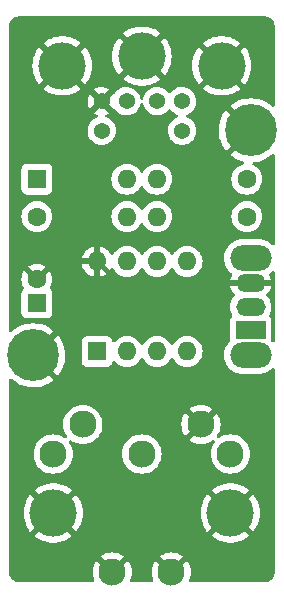
<source format=gbr>
%TF.GenerationSoftware,KiCad,Pcbnew,(6.0.2)*%
%TF.CreationDate,2025-12-01T11:41:35-08:00*%
%TF.ProjectId,ps2-xt,7073322d-7874-42e6-9b69-6361645f7063,rev?*%
%TF.SameCoordinates,Original*%
%TF.FileFunction,Copper,L2,Bot*%
%TF.FilePolarity,Positive*%
%FSLAX46Y46*%
G04 Gerber Fmt 4.6, Leading zero omitted, Abs format (unit mm)*
G04 Created by KiCad (PCBNEW (6.0.2)) date 2025-12-01 11:41:35*
%MOMM*%
%LPD*%
G01*
G04 APERTURE LIST*
%TA.AperFunction,ComponentPad*%
%ADD10C,4.000500*%
%TD*%
%TA.AperFunction,ComponentPad*%
%ADD11C,1.371600*%
%TD*%
%TA.AperFunction,ComponentPad*%
%ADD12C,1.600000*%
%TD*%
%TA.AperFunction,ComponentPad*%
%ADD13O,1.600000X1.600000*%
%TD*%
%TA.AperFunction,ComponentPad*%
%ADD14R,1.600000X1.600000*%
%TD*%
%TA.AperFunction,ComponentPad*%
%ADD15C,4.400000*%
%TD*%
%TA.AperFunction,ComponentPad*%
%ADD16O,3.500000X2.200000*%
%TD*%
%TA.AperFunction,ComponentPad*%
%ADD17R,2.500000X1.500000*%
%TD*%
%TA.AperFunction,ComponentPad*%
%ADD18O,2.500000X1.500000*%
%TD*%
%TA.AperFunction,ComponentPad*%
%ADD19C,2.300000*%
%TD*%
%TA.AperFunction,ComponentPad*%
%ADD20C,4.000000*%
%TD*%
%TA.AperFunction,Conductor*%
%ADD21C,0.400000*%
%TD*%
G04 APERTURE END LIST*
D10*
%TO.P,J2,~*%
%TO.N,GND*%
X138747500Y-81993280D03*
X131997500Y-82793280D03*
X145497500Y-82793280D03*
D11*
%TO.P,J2,6*%
%TO.N,unconnected-(J2-Pad6)*%
X142147500Y-88293280D03*
%TO.P,J2,5*%
%TO.N,/AT_CLK*%
X135347500Y-88293280D03*
%TO.P,J2,4*%
%TO.N,VCC*%
X142147500Y-85793280D03*
%TO.P,J2,3*%
%TO.N,GND*%
X135347500Y-85793280D03*
%TO.P,J2,2*%
%TO.N,unconnected-(J2-Pad2)*%
X140047500Y-85793280D03*
%TO.P,J2,1*%
%TO.N,/AT_DATA*%
X137447500Y-85793280D03*
%TD*%
D12*
%TO.P,R3,1*%
%TO.N,VCC*%
X147637500Y-92392500D03*
D13*
%TO.P,R3,2*%
%TO.N,Net-(R3-Pad2)*%
X140017500Y-92392500D03*
%TD*%
D14*
%TO.P,C1,1*%
%TO.N,VCC*%
X129857500Y-102872612D03*
D12*
%TO.P,C1,2*%
%TO.N,GND*%
X129857500Y-100872612D03*
%TD*%
D14*
%TO.P,U1,1,VDD*%
%TO.N,VCC*%
X134947500Y-106987500D03*
D13*
%TO.P,U1,2,GP5*%
%TO.N,/XT_CLK*%
X137487500Y-106987500D03*
%TO.P,U1,3,GP4*%
%TO.N,/XT_DATA*%
X140027500Y-106987500D03*
%TO.P,U1,4,GP3*%
%TO.N,Net-(R3-Pad2)*%
X142567500Y-106987500D03*
%TO.P,U1,5,GP2*%
%TO.N,/AT_CLK*%
X142567500Y-99367500D03*
%TO.P,U1,6,GP1*%
%TO.N,/AT_DATA*%
X140027500Y-99367500D03*
%TO.P,U1,7,GP0*%
%TO.N,Net-(D1-Pad1)*%
X137487500Y-99367500D03*
%TO.P,U1,8,VSS*%
%TO.N,GND*%
X134947500Y-99367500D03*
%TD*%
D14*
%TO.P,D1,1,K*%
%TO.N,Net-(D1-Pad1)*%
X129857500Y-92392500D03*
D13*
%TO.P,D1,2,A*%
%TO.N,/AT_CLK*%
X137477500Y-92392500D03*
%TD*%
D15*
%TO.P,H1,1,1*%
%TO.N,GND*%
X147955000Y-88265000D03*
%TD*%
%TO.P,H2,1,1*%
%TO.N,GND*%
X129540000Y-107315000D03*
%TD*%
D16*
%TO.P,SW1,*%
%TO.N,*%
X147955000Y-107287500D03*
X147955000Y-99087500D03*
D17*
%TO.P,SW1,1,A*%
%TO.N,unconnected-(SW1-Pad1)*%
X147955000Y-105187500D03*
D18*
%TO.P,SW1,2,B*%
%TO.N,Net-(R3-Pad2)*%
X147955000Y-103187500D03*
%TO.P,SW1,3,C*%
%TO.N,GND*%
X147955000Y-101187500D03*
%TD*%
D12*
%TO.P,R1,1*%
%TO.N,VCC*%
X147637500Y-95567500D03*
D13*
%TO.P,R1,2*%
%TO.N,/AT_DATA*%
X140017500Y-95567500D03*
%TD*%
D19*
%TO.P,J1,0*%
%TO.N,GND*%
X136247500Y-125667500D03*
X141247500Y-125667500D03*
%TO.P,J1,1*%
%TO.N,/XT_CLK*%
X146247500Y-115667500D03*
%TO.P,J1,2*%
%TO.N,/XT_DATA*%
X138747500Y-115667500D03*
%TO.P,J1,3*%
%TO.N,unconnected-(J1-Pad3)*%
X131247500Y-115667500D03*
%TO.P,J1,4*%
%TO.N,GND*%
X143747500Y-113167500D03*
%TO.P,J1,5*%
%TO.N,VCC*%
X133747500Y-113167500D03*
D20*
%TO.P,J1,~*%
%TO.N,GND*%
X146247500Y-120667500D03*
X131247500Y-120667500D03*
%TD*%
D12*
%TO.P,R2,1*%
%TO.N,VCC*%
X129857500Y-95567500D03*
D13*
%TO.P,R2,2*%
%TO.N,/AT_CLK*%
X137477500Y-95567500D03*
%TD*%
D21*
%TO.N,GND*%
X133022500Y-99367500D02*
X131362612Y-99367500D01*
X143747500Y-113167500D02*
X145097500Y-111817500D01*
X145097500Y-101282500D02*
X136862500Y-101282500D01*
X136862500Y-101282500D02*
X134947500Y-99367500D01*
X131362612Y-99367500D02*
X129857500Y-100872612D01*
X145097500Y-111817500D02*
X145097500Y-101282500D01*
X145192500Y-101187500D02*
X147955000Y-101187500D01*
X133022500Y-99367500D02*
X133022500Y-103832500D01*
X145097500Y-91122500D02*
X145097500Y-101282500D01*
X133022500Y-103832500D02*
X129540000Y-107315000D01*
X145097500Y-101282500D02*
X145192500Y-101187500D01*
X134947500Y-99367500D02*
X133022500Y-99367500D01*
X133022500Y-88118280D02*
X135347500Y-85793280D01*
X147955000Y-88265000D02*
X145097500Y-91122500D01*
X133022500Y-99367500D02*
X133022500Y-88118280D01*
%TD*%
%TA.AperFunction,Conductor*%
%TO.N,GND*%
G36*
X149195057Y-78614500D02*
G01*
X149209858Y-78616805D01*
X149209861Y-78616805D01*
X149218730Y-78618186D01*
X149229728Y-78616748D01*
X149258411Y-78616291D01*
X149361307Y-78626425D01*
X149385531Y-78631244D01*
X149504733Y-78667404D01*
X149527553Y-78676856D01*
X149637400Y-78735570D01*
X149657938Y-78749293D01*
X149754223Y-78828312D01*
X149771688Y-78845777D01*
X149850707Y-78942062D01*
X149864430Y-78962600D01*
X149923144Y-79072447D01*
X149932596Y-79095267D01*
X149968756Y-79214469D01*
X149973575Y-79238695D01*
X149983044Y-79334834D01*
X149982592Y-79350876D01*
X149983305Y-79350885D01*
X149983195Y-79359858D01*
X149981814Y-79368730D01*
X149982978Y-79377632D01*
X149982978Y-79377635D01*
X149985936Y-79400251D01*
X149987000Y-79416589D01*
X149987000Y-86162544D01*
X149966998Y-86230665D01*
X149913342Y-86277158D01*
X149843068Y-86287262D01*
X149778488Y-86257768D01*
X149771670Y-86251405D01*
X149762399Y-86242085D01*
X149756764Y-86237065D01*
X149506298Y-86039613D01*
X149500075Y-86035288D01*
X149227702Y-85869357D01*
X149221025Y-85865822D01*
X148930686Y-85733813D01*
X148923616Y-85731099D01*
X148619537Y-85634932D01*
X148612186Y-85633085D01*
X148298746Y-85574142D01*
X148291237Y-85573194D01*
X147972989Y-85552335D01*
X147965424Y-85552295D01*
X147646964Y-85569821D01*
X147639450Y-85570690D01*
X147325405Y-85626348D01*
X147318044Y-85628115D01*
X147012980Y-85721092D01*
X147005860Y-85723740D01*
X146714182Y-85852690D01*
X146707445Y-85856167D01*
X146433355Y-86019233D01*
X146427091Y-86023490D01*
X146241385Y-86166762D01*
X146232917Y-86178423D01*
X146239520Y-86190309D01*
X148225115Y-88175905D01*
X148259141Y-88238217D01*
X148254076Y-88309033D01*
X148225115Y-88354095D01*
X147955000Y-88624210D01*
X146240818Y-90338393D01*
X146233703Y-90351422D01*
X146241229Y-90361855D01*
X146380483Y-90474020D01*
X146386657Y-90478408D01*
X146657271Y-90647178D01*
X146663931Y-90650794D01*
X146952852Y-90785827D01*
X146959905Y-90788620D01*
X147262970Y-90887970D01*
X147273957Y-90890852D01*
X147273560Y-90892365D01*
X147330842Y-90922314D01*
X147365987Y-90984001D01*
X147362201Y-91054897D01*
X147320688Y-91112492D01*
X147275982Y-91134710D01*
X147188257Y-91158216D01*
X147183276Y-91160539D01*
X147183275Y-91160539D01*
X146985738Y-91252651D01*
X146985733Y-91252654D01*
X146980751Y-91254977D01*
X146875889Y-91328402D01*
X146797711Y-91383143D01*
X146797708Y-91383145D01*
X146793200Y-91386302D01*
X146631302Y-91548200D01*
X146499977Y-91735751D01*
X146497654Y-91740733D01*
X146497651Y-91740738D01*
X146481695Y-91774957D01*
X146403216Y-91943257D01*
X146343957Y-92164413D01*
X146324002Y-92392500D01*
X146343957Y-92620587D01*
X146403216Y-92841743D01*
X146405539Y-92846724D01*
X146405539Y-92846725D01*
X146497651Y-93044262D01*
X146497654Y-93044267D01*
X146499977Y-93049249D01*
X146631302Y-93236800D01*
X146793200Y-93398698D01*
X146797708Y-93401855D01*
X146797711Y-93401857D01*
X146839042Y-93430797D01*
X146980751Y-93530023D01*
X146985733Y-93532346D01*
X146985738Y-93532349D01*
X147183275Y-93624461D01*
X147188257Y-93626784D01*
X147193565Y-93628206D01*
X147193567Y-93628207D01*
X147404098Y-93684619D01*
X147404100Y-93684619D01*
X147409413Y-93686043D01*
X147637500Y-93705998D01*
X147865587Y-93686043D01*
X147870900Y-93684619D01*
X147870902Y-93684619D01*
X148081433Y-93628207D01*
X148081435Y-93628206D01*
X148086743Y-93626784D01*
X148091725Y-93624461D01*
X148289262Y-93532349D01*
X148289267Y-93532346D01*
X148294249Y-93530023D01*
X148435958Y-93430797D01*
X148477289Y-93401857D01*
X148477292Y-93401855D01*
X148481800Y-93398698D01*
X148643698Y-93236800D01*
X148775023Y-93049249D01*
X148777346Y-93044267D01*
X148777349Y-93044262D01*
X148869461Y-92846725D01*
X148869461Y-92846724D01*
X148871784Y-92841743D01*
X148931043Y-92620587D01*
X148950998Y-92392500D01*
X148931043Y-92164413D01*
X148871784Y-91943257D01*
X148793305Y-91774957D01*
X148777349Y-91740738D01*
X148777346Y-91740733D01*
X148775023Y-91735751D01*
X148643698Y-91548200D01*
X148481800Y-91386302D01*
X148477292Y-91383145D01*
X148477289Y-91383143D01*
X148399111Y-91328402D01*
X148294249Y-91254977D01*
X148289261Y-91252651D01*
X148289258Y-91252649D01*
X148183804Y-91203476D01*
X148130518Y-91156559D01*
X148111057Y-91088282D01*
X148131598Y-91020322D01*
X148185621Y-90974256D01*
X148231441Y-90963406D01*
X148234787Y-90963257D01*
X148242326Y-90962465D01*
X148556924Y-90910101D01*
X148564302Y-90908411D01*
X148870355Y-90818625D01*
X148877450Y-90816071D01*
X149170496Y-90690169D01*
X149177263Y-90686765D01*
X149453042Y-90526580D01*
X149459349Y-90522390D01*
X149713895Y-90330226D01*
X149719651Y-90325311D01*
X149773553Y-90273349D01*
X149836478Y-90240472D01*
X149907189Y-90246834D01*
X149963235Y-90290416D01*
X149987000Y-90364063D01*
X149987000Y-97887358D01*
X149966998Y-97955479D01*
X149913342Y-98001972D01*
X149843068Y-98012076D01*
X149778488Y-97982582D01*
X149765189Y-97969188D01*
X149749111Y-97950363D01*
X149749106Y-97950358D01*
X149745898Y-97946602D01*
X149553376Y-97782172D01*
X149337502Y-97649884D01*
X149332932Y-97647991D01*
X149332928Y-97647989D01*
X149108164Y-97554889D01*
X149108162Y-97554888D01*
X149103591Y-97552995D01*
X149018968Y-97532679D01*
X148862216Y-97495046D01*
X148862210Y-97495045D01*
X148857403Y-97493891D01*
X148757584Y-97486035D01*
X148670655Y-97479193D01*
X148670648Y-97479193D01*
X148668199Y-97479000D01*
X147241801Y-97479000D01*
X147239352Y-97479193D01*
X147239345Y-97479193D01*
X147152416Y-97486035D01*
X147052597Y-97493891D01*
X147047790Y-97495045D01*
X147047784Y-97495046D01*
X146891032Y-97532679D01*
X146806409Y-97552995D01*
X146801838Y-97554888D01*
X146801836Y-97554889D01*
X146577072Y-97647989D01*
X146577068Y-97647991D01*
X146572498Y-97649884D01*
X146356624Y-97782172D01*
X146164102Y-97946602D01*
X145999672Y-98139124D01*
X145867384Y-98354998D01*
X145865491Y-98359568D01*
X145865489Y-98359572D01*
X145772389Y-98584336D01*
X145770495Y-98588909D01*
X145769340Y-98593721D01*
X145714367Y-98822703D01*
X145711391Y-98835097D01*
X145691526Y-99087500D01*
X145711391Y-99339903D01*
X145712545Y-99344710D01*
X145712546Y-99344716D01*
X145750179Y-99501468D01*
X145770495Y-99586091D01*
X145772388Y-99590662D01*
X145772389Y-99590664D01*
X145863835Y-99811433D01*
X145867384Y-99820002D01*
X145999672Y-100035876D01*
X146164102Y-100228398D01*
X146337925Y-100376857D01*
X146345363Y-100383210D01*
X146384172Y-100442661D01*
X146384678Y-100513655D01*
X146368112Y-100549299D01*
X146351279Y-100574348D01*
X146345895Y-100584142D01*
X146260143Y-100779490D01*
X146256578Y-100790082D01*
X146226376Y-100915884D01*
X146227081Y-100929970D01*
X146235960Y-100933500D01*
X149673411Y-100933500D01*
X149687393Y-100929395D01*
X149688886Y-100919772D01*
X149688834Y-100919527D01*
X149626102Y-100715617D01*
X149621879Y-100705266D01*
X149534801Y-100536555D01*
X149521332Y-100466848D01*
X149547688Y-100400925D01*
X149564936Y-100382955D01*
X149742142Y-100231606D01*
X149745898Y-100228398D01*
X149749106Y-100224642D01*
X149749111Y-100224637D01*
X149765189Y-100205812D01*
X149824639Y-100167003D01*
X149895634Y-100166495D01*
X149955633Y-100204451D01*
X149985586Y-100268820D01*
X149987000Y-100287642D01*
X149987000Y-106087358D01*
X149966998Y-106155479D01*
X149913342Y-106201972D01*
X149843068Y-106212076D01*
X149778488Y-106182582D01*
X149765189Y-106169188D01*
X149749111Y-106150363D01*
X149749106Y-106150358D01*
X149745898Y-106146602D01*
X149743328Y-106144407D01*
X149709510Y-106082476D01*
X149707368Y-106042086D01*
X149713131Y-105989033D01*
X149713131Y-105989029D01*
X149713500Y-105985634D01*
X149713500Y-104389366D01*
X149706745Y-104327184D01*
X149655615Y-104190795D01*
X149568261Y-104074239D01*
X149535813Y-104049921D01*
X149493299Y-103993064D01*
X149488273Y-103922246D01*
X149506798Y-103878820D01*
X149559159Y-103800899D01*
X149559164Y-103800890D01*
X149562290Y-103796238D01*
X149652588Y-103590533D01*
X149705032Y-103372089D01*
X149717963Y-103147810D01*
X149690975Y-102924785D01*
X149624918Y-102710065D01*
X149559798Y-102583896D01*
X149524454Y-102515419D01*
X149524454Y-102515418D01*
X149521882Y-102510436D01*
X149385123Y-102332208D01*
X149380984Y-102328442D01*
X149380975Y-102328432D01*
X149328498Y-102280682D01*
X149291576Y-102220042D01*
X149293299Y-102149066D01*
X149322814Y-102099804D01*
X149432693Y-101986418D01*
X149439735Y-101977721D01*
X149558719Y-101800656D01*
X149564105Y-101790858D01*
X149649857Y-101595510D01*
X149653422Y-101584918D01*
X149683624Y-101459116D01*
X149682919Y-101445030D01*
X149674040Y-101441500D01*
X146236589Y-101441500D01*
X146222607Y-101445605D01*
X146221114Y-101455228D01*
X146221166Y-101455473D01*
X146283898Y-101659383D01*
X146288119Y-101669729D01*
X146385971Y-101859314D01*
X146391957Y-101868745D01*
X146521832Y-102038001D01*
X146529398Y-102046230D01*
X146581479Y-102093620D01*
X146618402Y-102154261D01*
X146616679Y-102225236D01*
X146587164Y-102274499D01*
X146526933Y-102336653D01*
X146473008Y-102392299D01*
X146347710Y-102578762D01*
X146257412Y-102784467D01*
X146204968Y-103002911D01*
X146192037Y-103227190D01*
X146219025Y-103450215D01*
X146285082Y-103664935D01*
X146287652Y-103669915D01*
X146287654Y-103669919D01*
X146352852Y-103796238D01*
X146388118Y-103864564D01*
X146391532Y-103869013D01*
X146391535Y-103869018D01*
X146395752Y-103874514D01*
X146421352Y-103940734D01*
X146407087Y-104010283D01*
X146371356Y-104052042D01*
X146341739Y-104074239D01*
X146254385Y-104190795D01*
X146203255Y-104327184D01*
X146196500Y-104389366D01*
X146196500Y-105985634D01*
X146196869Y-105989029D01*
X146196869Y-105989033D01*
X146202632Y-106042086D01*
X146190103Y-106111969D01*
X146166845Y-106144260D01*
X146164102Y-106146602D01*
X145999672Y-106339124D01*
X145867384Y-106554998D01*
X145865491Y-106559568D01*
X145865489Y-106559572D01*
X145780443Y-106764893D01*
X145770495Y-106788909D01*
X145769340Y-106793721D01*
X145721504Y-106992975D01*
X145711391Y-107035097D01*
X145691526Y-107287500D01*
X145711391Y-107539903D01*
X145712545Y-107544710D01*
X145712546Y-107544716D01*
X145735245Y-107639262D01*
X145770495Y-107786091D01*
X145772388Y-107790662D01*
X145772389Y-107790664D01*
X145856489Y-107993698D01*
X145867384Y-108020002D01*
X145999672Y-108235876D01*
X146164102Y-108428398D01*
X146356624Y-108592828D01*
X146572498Y-108725116D01*
X146577068Y-108727009D01*
X146577072Y-108727011D01*
X146801836Y-108820111D01*
X146806409Y-108822005D01*
X146891032Y-108842321D01*
X147047784Y-108879954D01*
X147047790Y-108879955D01*
X147052597Y-108881109D01*
X147152416Y-108888965D01*
X147239345Y-108895807D01*
X147239352Y-108895807D01*
X147241801Y-108896000D01*
X148668199Y-108896000D01*
X148670648Y-108895807D01*
X148670655Y-108895807D01*
X148757584Y-108888965D01*
X148857403Y-108881109D01*
X148862210Y-108879955D01*
X148862216Y-108879954D01*
X149018968Y-108842321D01*
X149103591Y-108822005D01*
X149108164Y-108820111D01*
X149332928Y-108727011D01*
X149332932Y-108727009D01*
X149337502Y-108725116D01*
X149553376Y-108592828D01*
X149745898Y-108428398D01*
X149749106Y-108424642D01*
X149749111Y-108424637D01*
X149765189Y-108405812D01*
X149824639Y-108367003D01*
X149895634Y-108366495D01*
X149955633Y-108404451D01*
X149985586Y-108468820D01*
X149987000Y-108487642D01*
X149987000Y-125680672D01*
X149985500Y-125700056D01*
X149981814Y-125723730D01*
X149983252Y-125734728D01*
X149983709Y-125763412D01*
X149973575Y-125866305D01*
X149968756Y-125890531D01*
X149932596Y-126009733D01*
X149923144Y-126032553D01*
X149864430Y-126142400D01*
X149850707Y-126162938D01*
X149771688Y-126259223D01*
X149754223Y-126276688D01*
X149657938Y-126355707D01*
X149637400Y-126369430D01*
X149527553Y-126428144D01*
X149504733Y-126437596D01*
X149385531Y-126473756D01*
X149361307Y-126478575D01*
X149265163Y-126488044D01*
X149249124Y-126487592D01*
X149249115Y-126488305D01*
X149240142Y-126488195D01*
X149231270Y-126486814D01*
X149222368Y-126487978D01*
X149222365Y-126487978D01*
X149199749Y-126490936D01*
X149183411Y-126492000D01*
X142889160Y-126492000D01*
X142821039Y-126471998D01*
X142774546Y-126418342D01*
X142764442Y-126348068D01*
X142772751Y-126317782D01*
X142827334Y-126186008D01*
X142830383Y-126176623D01*
X142888996Y-125932483D01*
X142890539Y-125922736D01*
X142910239Y-125672430D01*
X142910239Y-125662570D01*
X142890539Y-125412264D01*
X142888996Y-125402517D01*
X142830383Y-125158377D01*
X142827334Y-125148992D01*
X142731252Y-124917030D01*
X142726771Y-124908236D01*
X142597096Y-124696625D01*
X142587830Y-124690578D01*
X142577625Y-124696585D01*
X141336595Y-125937615D01*
X141274283Y-125971641D01*
X141203468Y-125966576D01*
X141158405Y-125937615D01*
X139918834Y-124698044D01*
X139905296Y-124690651D01*
X139898765Y-124695220D01*
X139768229Y-124908236D01*
X139763748Y-124917030D01*
X139667666Y-125148992D01*
X139664617Y-125158377D01*
X139606004Y-125402517D01*
X139604461Y-125412264D01*
X139584761Y-125662570D01*
X139584761Y-125672430D01*
X139604461Y-125922736D01*
X139606004Y-125932483D01*
X139664617Y-126176623D01*
X139667666Y-126186008D01*
X139722249Y-126317782D01*
X139729838Y-126388372D01*
X139698059Y-126451859D01*
X139637001Y-126488086D01*
X139605840Y-126492000D01*
X137889160Y-126492000D01*
X137821039Y-126471998D01*
X137774546Y-126418342D01*
X137764442Y-126348068D01*
X137772751Y-126317782D01*
X137827334Y-126186008D01*
X137830383Y-126176623D01*
X137888996Y-125932483D01*
X137890539Y-125922736D01*
X137910239Y-125672430D01*
X137910239Y-125662570D01*
X137890539Y-125412264D01*
X137888996Y-125402517D01*
X137830383Y-125158377D01*
X137827334Y-125148992D01*
X137731252Y-124917030D01*
X137726771Y-124908236D01*
X137597096Y-124696625D01*
X137587830Y-124690578D01*
X137577625Y-124696585D01*
X136336595Y-125937615D01*
X136274283Y-125971641D01*
X136203468Y-125966576D01*
X136158405Y-125937615D01*
X134918834Y-124698044D01*
X134905296Y-124690651D01*
X134898765Y-124695220D01*
X134768229Y-124908236D01*
X134763748Y-124917030D01*
X134667666Y-125148992D01*
X134664617Y-125158377D01*
X134606004Y-125402517D01*
X134604461Y-125412264D01*
X134584761Y-125662570D01*
X134584761Y-125672430D01*
X134604461Y-125922736D01*
X134606004Y-125932483D01*
X134664617Y-126176623D01*
X134667666Y-126186008D01*
X134722249Y-126317782D01*
X134729838Y-126388372D01*
X134698059Y-126451859D01*
X134637001Y-126488086D01*
X134605840Y-126492000D01*
X128319328Y-126492000D01*
X128299943Y-126490500D01*
X128285142Y-126488195D01*
X128285139Y-126488195D01*
X128276270Y-126486814D01*
X128265272Y-126488252D01*
X128236589Y-126488709D01*
X128133693Y-126478575D01*
X128109469Y-126473756D01*
X127990267Y-126437596D01*
X127967447Y-126428144D01*
X127857600Y-126369430D01*
X127837062Y-126355707D01*
X127740777Y-126276688D01*
X127723312Y-126259223D01*
X127644293Y-126162938D01*
X127630570Y-126142400D01*
X127571856Y-126032553D01*
X127562404Y-126009733D01*
X127526244Y-125890531D01*
X127521425Y-125866305D01*
X127511956Y-125770166D01*
X127512408Y-125754124D01*
X127511695Y-125754115D01*
X127511805Y-125745142D01*
X127513186Y-125736270D01*
X127511547Y-125723730D01*
X127509064Y-125704749D01*
X127508000Y-125688411D01*
X127508000Y-124327170D01*
X135270578Y-124327170D01*
X135276585Y-124337375D01*
X136234688Y-125295478D01*
X136248632Y-125303092D01*
X136250465Y-125302961D01*
X136257080Y-125298710D01*
X137216956Y-124338834D01*
X137223326Y-124327170D01*
X140270578Y-124327170D01*
X140276585Y-124337375D01*
X141234688Y-125295478D01*
X141248632Y-125303092D01*
X141250465Y-125302961D01*
X141257080Y-125298710D01*
X142216956Y-124338834D01*
X142224349Y-124325296D01*
X142219780Y-124318765D01*
X142006764Y-124188229D01*
X141997970Y-124183748D01*
X141766008Y-124087666D01*
X141756623Y-124084617D01*
X141512483Y-124026004D01*
X141502736Y-124024461D01*
X141252430Y-124004761D01*
X141242570Y-124004761D01*
X140992264Y-124024461D01*
X140982517Y-124026004D01*
X140738377Y-124084617D01*
X140728992Y-124087666D01*
X140497030Y-124183748D01*
X140488236Y-124188229D01*
X140276625Y-124317904D01*
X140270578Y-124327170D01*
X137223326Y-124327170D01*
X137224349Y-124325296D01*
X137219780Y-124318765D01*
X137006764Y-124188229D01*
X136997970Y-124183748D01*
X136766008Y-124087666D01*
X136756623Y-124084617D01*
X136512483Y-124026004D01*
X136502736Y-124024461D01*
X136252430Y-124004761D01*
X136242570Y-124004761D01*
X135992264Y-124024461D01*
X135982517Y-124026004D01*
X135738377Y-124084617D01*
X135728992Y-124087666D01*
X135497030Y-124183748D01*
X135488236Y-124188229D01*
X135276625Y-124317904D01*
X135270578Y-124327170D01*
X127508000Y-124327170D01*
X127508000Y-122613487D01*
X129666221Y-122613487D01*
X129675048Y-122625105D01*
X129897781Y-122786930D01*
X129904461Y-122791170D01*
X130174072Y-122939390D01*
X130181207Y-122942747D01*
X130467270Y-123056008D01*
X130474796Y-123058453D01*
X130772779Y-123134962D01*
X130780550Y-123136445D01*
X131085778Y-123175003D01*
X131093669Y-123175500D01*
X131401331Y-123175500D01*
X131409222Y-123175003D01*
X131714450Y-123136445D01*
X131722221Y-123134962D01*
X132020204Y-123058453D01*
X132027730Y-123056008D01*
X132313793Y-122942747D01*
X132320928Y-122939390D01*
X132590539Y-122791170D01*
X132597219Y-122786930D01*
X132820323Y-122624836D01*
X132828746Y-122613913D01*
X132828517Y-122613487D01*
X144666221Y-122613487D01*
X144675048Y-122625105D01*
X144897781Y-122786930D01*
X144904461Y-122791170D01*
X145174072Y-122939390D01*
X145181207Y-122942747D01*
X145467270Y-123056008D01*
X145474796Y-123058453D01*
X145772779Y-123134962D01*
X145780550Y-123136445D01*
X146085778Y-123175003D01*
X146093669Y-123175500D01*
X146401331Y-123175500D01*
X146409222Y-123175003D01*
X146714450Y-123136445D01*
X146722221Y-123134962D01*
X147020204Y-123058453D01*
X147027730Y-123056008D01*
X147313793Y-122942747D01*
X147320928Y-122939390D01*
X147590539Y-122791170D01*
X147597219Y-122786930D01*
X147820323Y-122624836D01*
X147828746Y-122613913D01*
X147821842Y-122601052D01*
X146260312Y-121039522D01*
X146246368Y-121031908D01*
X146244535Y-121032039D01*
X146237920Y-121036290D01*
X144672834Y-122601376D01*
X144666221Y-122613487D01*
X132828517Y-122613487D01*
X132821842Y-122601052D01*
X131260312Y-121039522D01*
X131246368Y-121031908D01*
X131244535Y-121032039D01*
X131237920Y-121036290D01*
X129672834Y-122601376D01*
X129666221Y-122613487D01*
X127508000Y-122613487D01*
X127508000Y-120671458D01*
X128734790Y-120671458D01*
X128754107Y-120978494D01*
X128755100Y-120986355D01*
X128812746Y-121288546D01*
X128814717Y-121296223D01*
X128909784Y-121588809D01*
X128912699Y-121596172D01*
X129043689Y-121874541D01*
X129047501Y-121881474D01*
X129212351Y-122141236D01*
X129216995Y-122147629D01*
X129291997Y-122238290D01*
X129304514Y-122246745D01*
X129315252Y-122240538D01*
X130875478Y-120680312D01*
X130881856Y-120668632D01*
X131611908Y-120668632D01*
X131612039Y-120670465D01*
X131616290Y-120677080D01*
X133178645Y-122239435D01*
X133191907Y-122246677D01*
X133202012Y-122239488D01*
X133278005Y-122147629D01*
X133282649Y-122141236D01*
X133447499Y-121881474D01*
X133451311Y-121874541D01*
X133582301Y-121596172D01*
X133585216Y-121588809D01*
X133680283Y-121296223D01*
X133682254Y-121288546D01*
X133739900Y-120986355D01*
X133740893Y-120978494D01*
X133760210Y-120671458D01*
X143734790Y-120671458D01*
X143754107Y-120978494D01*
X143755100Y-120986355D01*
X143812746Y-121288546D01*
X143814717Y-121296223D01*
X143909784Y-121588809D01*
X143912699Y-121596172D01*
X144043689Y-121874541D01*
X144047501Y-121881474D01*
X144212351Y-122141236D01*
X144216995Y-122147629D01*
X144291997Y-122238290D01*
X144304514Y-122246745D01*
X144315252Y-122240538D01*
X145875478Y-120680312D01*
X145881856Y-120668632D01*
X146611908Y-120668632D01*
X146612039Y-120670465D01*
X146616290Y-120677080D01*
X148178645Y-122239435D01*
X148191907Y-122246677D01*
X148202012Y-122239488D01*
X148278005Y-122147629D01*
X148282649Y-122141236D01*
X148447499Y-121881474D01*
X148451311Y-121874541D01*
X148582301Y-121596172D01*
X148585216Y-121588809D01*
X148680283Y-121296223D01*
X148682254Y-121288546D01*
X148739900Y-120986355D01*
X148740893Y-120978494D01*
X148760210Y-120671458D01*
X148760210Y-120663542D01*
X148740893Y-120356506D01*
X148739900Y-120348645D01*
X148682254Y-120046454D01*
X148680283Y-120038777D01*
X148585216Y-119746191D01*
X148582301Y-119738828D01*
X148451311Y-119460459D01*
X148447499Y-119453526D01*
X148282649Y-119193764D01*
X148278005Y-119187371D01*
X148203003Y-119096710D01*
X148190486Y-119088255D01*
X148179748Y-119094462D01*
X146619522Y-120654688D01*
X146611908Y-120668632D01*
X145881856Y-120668632D01*
X145883092Y-120666368D01*
X145882961Y-120664535D01*
X145878710Y-120657920D01*
X144316355Y-119095565D01*
X144303093Y-119088323D01*
X144292988Y-119095512D01*
X144216995Y-119187371D01*
X144212351Y-119193764D01*
X144047501Y-119453526D01*
X144043689Y-119460459D01*
X143912699Y-119738828D01*
X143909784Y-119746191D01*
X143814717Y-120038777D01*
X143812746Y-120046454D01*
X143755100Y-120348645D01*
X143754107Y-120356506D01*
X143734790Y-120663542D01*
X143734790Y-120671458D01*
X133760210Y-120671458D01*
X133760210Y-120663542D01*
X133740893Y-120356506D01*
X133739900Y-120348645D01*
X133682254Y-120046454D01*
X133680283Y-120038777D01*
X133585216Y-119746191D01*
X133582301Y-119738828D01*
X133451311Y-119460459D01*
X133447499Y-119453526D01*
X133282649Y-119193764D01*
X133278005Y-119187371D01*
X133203003Y-119096710D01*
X133190486Y-119088255D01*
X133179748Y-119094462D01*
X131619522Y-120654688D01*
X131611908Y-120668632D01*
X130881856Y-120668632D01*
X130883092Y-120666368D01*
X130882961Y-120664535D01*
X130878710Y-120657920D01*
X129316355Y-119095565D01*
X129303093Y-119088323D01*
X129292988Y-119095512D01*
X129216995Y-119187371D01*
X129212351Y-119193764D01*
X129047501Y-119453526D01*
X129043689Y-119460459D01*
X128912699Y-119738828D01*
X128909784Y-119746191D01*
X128814717Y-120038777D01*
X128812746Y-120046454D01*
X128755100Y-120348645D01*
X128754107Y-120356506D01*
X128734790Y-120663542D01*
X128734790Y-120671458D01*
X127508000Y-120671458D01*
X127508000Y-118721087D01*
X129666254Y-118721087D01*
X129673158Y-118733948D01*
X131234688Y-120295478D01*
X131248632Y-120303092D01*
X131250465Y-120302961D01*
X131257080Y-120298710D01*
X132822166Y-118733624D01*
X132828779Y-118721513D01*
X132828455Y-118721087D01*
X144666254Y-118721087D01*
X144673158Y-118733948D01*
X146234688Y-120295478D01*
X146248632Y-120303092D01*
X146250465Y-120302961D01*
X146257080Y-120298710D01*
X147822166Y-118733624D01*
X147828779Y-118721513D01*
X147819952Y-118709895D01*
X147597219Y-118548070D01*
X147590539Y-118543830D01*
X147320928Y-118395610D01*
X147313793Y-118392253D01*
X147027730Y-118278992D01*
X147020204Y-118276547D01*
X146722221Y-118200038D01*
X146714450Y-118198555D01*
X146409222Y-118159997D01*
X146401331Y-118159500D01*
X146093669Y-118159500D01*
X146085778Y-118159997D01*
X145780550Y-118198555D01*
X145772779Y-118200038D01*
X145474796Y-118276547D01*
X145467270Y-118278992D01*
X145181207Y-118392253D01*
X145174072Y-118395610D01*
X144904461Y-118543830D01*
X144897781Y-118548070D01*
X144674677Y-118710164D01*
X144666254Y-118721087D01*
X132828455Y-118721087D01*
X132819952Y-118709895D01*
X132597219Y-118548070D01*
X132590539Y-118543830D01*
X132320928Y-118395610D01*
X132313793Y-118392253D01*
X132027730Y-118278992D01*
X132020204Y-118276547D01*
X131722221Y-118200038D01*
X131714450Y-118198555D01*
X131409222Y-118159997D01*
X131401331Y-118159500D01*
X131093669Y-118159500D01*
X131085778Y-118159997D01*
X130780550Y-118198555D01*
X130772779Y-118200038D01*
X130474796Y-118276547D01*
X130467270Y-118278992D01*
X130181207Y-118392253D01*
X130174072Y-118395610D01*
X129904461Y-118543830D01*
X129897781Y-118548070D01*
X129674677Y-118710164D01*
X129666254Y-118721087D01*
X127508000Y-118721087D01*
X127508000Y-115667500D01*
X129583872Y-115667500D01*
X129604354Y-115927749D01*
X129605508Y-115932556D01*
X129605509Y-115932562D01*
X129643924Y-116092569D01*
X129665296Y-116181589D01*
X129765197Y-116422771D01*
X129901597Y-116645356D01*
X130071137Y-116843863D01*
X130269644Y-117013403D01*
X130492229Y-117149803D01*
X130496799Y-117151696D01*
X130496803Y-117151698D01*
X130728838Y-117247810D01*
X130733411Y-117249704D01*
X130822431Y-117271076D01*
X130982438Y-117309491D01*
X130982444Y-117309492D01*
X130987251Y-117310646D01*
X131247500Y-117331128D01*
X131507749Y-117310646D01*
X131512556Y-117309492D01*
X131512562Y-117309491D01*
X131672569Y-117271076D01*
X131761589Y-117249704D01*
X131766162Y-117247810D01*
X131998197Y-117151698D01*
X131998201Y-117151696D01*
X132002771Y-117149803D01*
X132225356Y-117013403D01*
X132423863Y-116843863D01*
X132593403Y-116645356D01*
X132729803Y-116422771D01*
X132829704Y-116181589D01*
X132851076Y-116092569D01*
X132889491Y-115932562D01*
X132889492Y-115932556D01*
X132890646Y-115927749D01*
X132911128Y-115667500D01*
X137083872Y-115667500D01*
X137104354Y-115927749D01*
X137105508Y-115932556D01*
X137105509Y-115932562D01*
X137143924Y-116092569D01*
X137165296Y-116181589D01*
X137265197Y-116422771D01*
X137401597Y-116645356D01*
X137571137Y-116843863D01*
X137769644Y-117013403D01*
X137992229Y-117149803D01*
X137996799Y-117151696D01*
X137996803Y-117151698D01*
X138228838Y-117247810D01*
X138233411Y-117249704D01*
X138322431Y-117271076D01*
X138482438Y-117309491D01*
X138482444Y-117309492D01*
X138487251Y-117310646D01*
X138747500Y-117331128D01*
X139007749Y-117310646D01*
X139012556Y-117309492D01*
X139012562Y-117309491D01*
X139172569Y-117271076D01*
X139261589Y-117249704D01*
X139266162Y-117247810D01*
X139498197Y-117151698D01*
X139498201Y-117151696D01*
X139502771Y-117149803D01*
X139725356Y-117013403D01*
X139923863Y-116843863D01*
X140093403Y-116645356D01*
X140229803Y-116422771D01*
X140329704Y-116181589D01*
X140351076Y-116092569D01*
X140389491Y-115932562D01*
X140389492Y-115932556D01*
X140390646Y-115927749D01*
X140411128Y-115667500D01*
X140390646Y-115407251D01*
X140389492Y-115402444D01*
X140389491Y-115402438D01*
X140330859Y-115158223D01*
X140329704Y-115153411D01*
X140229803Y-114912229D01*
X140093403Y-114689644D01*
X139939721Y-114509704D01*
X142770651Y-114509704D01*
X142775220Y-114516235D01*
X142988236Y-114646771D01*
X142997030Y-114651252D01*
X143228992Y-114747334D01*
X143238377Y-114750383D01*
X143482517Y-114808996D01*
X143492264Y-114810539D01*
X143742570Y-114830239D01*
X143752430Y-114830239D01*
X144002736Y-114810539D01*
X144012483Y-114808996D01*
X144256623Y-114750383D01*
X144266008Y-114747334D01*
X144497970Y-114651252D01*
X144506764Y-114646771D01*
X144720841Y-114515585D01*
X144728954Y-114509690D01*
X144795822Y-114485831D01*
X144864974Y-114501910D01*
X144914455Y-114552823D01*
X144928555Y-114622405D01*
X144904950Y-114685690D01*
X144904813Y-114685878D01*
X144901597Y-114689644D01*
X144765197Y-114912229D01*
X144665296Y-115153411D01*
X144664141Y-115158223D01*
X144605509Y-115402438D01*
X144605508Y-115402444D01*
X144604354Y-115407251D01*
X144583872Y-115667500D01*
X144604354Y-115927749D01*
X144605508Y-115932556D01*
X144605509Y-115932562D01*
X144643924Y-116092569D01*
X144665296Y-116181589D01*
X144765197Y-116422771D01*
X144901597Y-116645356D01*
X145071137Y-116843863D01*
X145269644Y-117013403D01*
X145492229Y-117149803D01*
X145496799Y-117151696D01*
X145496803Y-117151698D01*
X145728838Y-117247810D01*
X145733411Y-117249704D01*
X145822431Y-117271076D01*
X145982438Y-117309491D01*
X145982444Y-117309492D01*
X145987251Y-117310646D01*
X146247500Y-117331128D01*
X146507749Y-117310646D01*
X146512556Y-117309492D01*
X146512562Y-117309491D01*
X146672569Y-117271076D01*
X146761589Y-117249704D01*
X146766162Y-117247810D01*
X146998197Y-117151698D01*
X146998201Y-117151696D01*
X147002771Y-117149803D01*
X147225356Y-117013403D01*
X147423863Y-116843863D01*
X147593403Y-116645356D01*
X147729803Y-116422771D01*
X147829704Y-116181589D01*
X147851076Y-116092569D01*
X147889491Y-115932562D01*
X147889492Y-115932556D01*
X147890646Y-115927749D01*
X147911128Y-115667500D01*
X147890646Y-115407251D01*
X147889492Y-115402444D01*
X147889491Y-115402438D01*
X147830859Y-115158223D01*
X147829704Y-115153411D01*
X147729803Y-114912229D01*
X147593403Y-114689644D01*
X147423863Y-114491137D01*
X147225356Y-114321597D01*
X147002771Y-114185197D01*
X146998201Y-114183304D01*
X146998197Y-114183302D01*
X146766162Y-114087190D01*
X146766160Y-114087189D01*
X146761589Y-114085296D01*
X146672569Y-114063924D01*
X146512562Y-114025509D01*
X146512556Y-114025508D01*
X146507749Y-114024354D01*
X146247500Y-114003872D01*
X145987251Y-114024354D01*
X145982444Y-114025508D01*
X145982438Y-114025509D01*
X145822431Y-114063924D01*
X145733411Y-114085296D01*
X145728840Y-114087189D01*
X145728838Y-114087190D01*
X145496803Y-114183302D01*
X145496799Y-114183304D01*
X145492229Y-114185197D01*
X145269644Y-114321597D01*
X145265878Y-114324813D01*
X145265690Y-114324950D01*
X145198824Y-114348811D01*
X145129671Y-114332734D01*
X145080189Y-114281822D01*
X145066087Y-114212240D01*
X145089690Y-114148954D01*
X145095585Y-114140841D01*
X145226771Y-113926764D01*
X145231252Y-113917970D01*
X145327334Y-113686008D01*
X145330383Y-113676623D01*
X145388996Y-113432483D01*
X145390539Y-113422736D01*
X145410239Y-113172430D01*
X145410239Y-113162570D01*
X145390539Y-112912264D01*
X145388996Y-112902517D01*
X145330383Y-112658377D01*
X145327334Y-112648992D01*
X145231252Y-112417030D01*
X145226771Y-112408236D01*
X145097096Y-112196625D01*
X145087830Y-112190578D01*
X145077625Y-112196585D01*
X142778044Y-114496166D01*
X142770651Y-114509704D01*
X139939721Y-114509704D01*
X139923863Y-114491137D01*
X139725356Y-114321597D01*
X139502771Y-114185197D01*
X139498201Y-114183304D01*
X139498197Y-114183302D01*
X139266162Y-114087190D01*
X139266160Y-114087189D01*
X139261589Y-114085296D01*
X139172569Y-114063924D01*
X139012562Y-114025509D01*
X139012556Y-114025508D01*
X139007749Y-114024354D01*
X138747500Y-114003872D01*
X138487251Y-114024354D01*
X138482444Y-114025508D01*
X138482438Y-114025509D01*
X138322431Y-114063924D01*
X138233411Y-114085296D01*
X138228840Y-114087189D01*
X138228838Y-114087190D01*
X137996803Y-114183302D01*
X137996799Y-114183304D01*
X137992229Y-114185197D01*
X137769644Y-114321597D01*
X137571137Y-114491137D01*
X137401597Y-114689644D01*
X137265197Y-114912229D01*
X137165296Y-115153411D01*
X137164141Y-115158223D01*
X137105509Y-115402438D01*
X137105508Y-115402444D01*
X137104354Y-115407251D01*
X137083872Y-115667500D01*
X132911128Y-115667500D01*
X132890646Y-115407251D01*
X132889492Y-115402444D01*
X132889491Y-115402438D01*
X132830859Y-115158223D01*
X132829704Y-115153411D01*
X132729803Y-114912229D01*
X132727217Y-114908009D01*
X132595989Y-114693863D01*
X132595985Y-114693858D01*
X132593403Y-114689644D01*
X132590898Y-114686711D01*
X132567141Y-114620133D01*
X132583219Y-114550980D01*
X132634131Y-114501498D01*
X132703713Y-114487397D01*
X132766702Y-114510890D01*
X132769644Y-114513403D01*
X132773858Y-114515985D01*
X132773863Y-114515989D01*
X132943812Y-114620133D01*
X132992229Y-114649803D01*
X132996799Y-114651696D01*
X132996803Y-114651698D01*
X133227689Y-114747334D01*
X133233411Y-114749704D01*
X133322431Y-114771076D01*
X133482438Y-114809491D01*
X133482444Y-114809492D01*
X133487251Y-114810646D01*
X133747500Y-114831128D01*
X134007749Y-114810646D01*
X134012556Y-114809492D01*
X134012562Y-114809491D01*
X134172569Y-114771076D01*
X134261589Y-114749704D01*
X134267311Y-114747334D01*
X134498197Y-114651698D01*
X134498201Y-114651696D01*
X134502771Y-114649803D01*
X134725356Y-114513403D01*
X134923863Y-114343863D01*
X135093403Y-114145356D01*
X135229803Y-113922771D01*
X135329704Y-113681589D01*
X135351076Y-113592569D01*
X135389491Y-113432562D01*
X135389492Y-113432556D01*
X135390646Y-113427749D01*
X135410740Y-113172430D01*
X142084761Y-113172430D01*
X142104461Y-113422736D01*
X142106004Y-113432483D01*
X142164617Y-113676623D01*
X142167666Y-113686008D01*
X142263748Y-113917970D01*
X142268229Y-113926764D01*
X142397904Y-114138375D01*
X142407170Y-114144422D01*
X142417375Y-114138415D01*
X143375478Y-113180312D01*
X143383092Y-113166368D01*
X143382961Y-113164535D01*
X143378710Y-113157920D01*
X142418834Y-112198044D01*
X142405296Y-112190651D01*
X142398765Y-112195220D01*
X142268229Y-112408236D01*
X142263748Y-112417030D01*
X142167666Y-112648992D01*
X142164617Y-112658377D01*
X142106004Y-112902517D01*
X142104461Y-112912264D01*
X142084761Y-113162570D01*
X142084761Y-113172430D01*
X135410740Y-113172430D01*
X135411128Y-113167500D01*
X135390646Y-112907251D01*
X135389492Y-112902444D01*
X135389491Y-112902438D01*
X135330859Y-112658223D01*
X135329704Y-112653411D01*
X135229803Y-112412229D01*
X135093403Y-112189644D01*
X134923863Y-111991137D01*
X134731881Y-111827170D01*
X142770578Y-111827170D01*
X142776585Y-111837375D01*
X143734688Y-112795478D01*
X143748632Y-112803092D01*
X143750465Y-112802961D01*
X143757080Y-112798710D01*
X144716956Y-111838834D01*
X144724349Y-111825296D01*
X144719780Y-111818765D01*
X144506764Y-111688229D01*
X144497970Y-111683748D01*
X144266008Y-111587666D01*
X144256623Y-111584617D01*
X144012483Y-111526004D01*
X144002736Y-111524461D01*
X143752430Y-111504761D01*
X143742570Y-111504761D01*
X143492264Y-111524461D01*
X143482517Y-111526004D01*
X143238377Y-111584617D01*
X143228992Y-111587666D01*
X142997030Y-111683748D01*
X142988236Y-111688229D01*
X142776625Y-111817904D01*
X142770578Y-111827170D01*
X134731881Y-111827170D01*
X134725356Y-111821597D01*
X134502771Y-111685197D01*
X134498201Y-111683304D01*
X134498197Y-111683302D01*
X134266162Y-111587190D01*
X134266160Y-111587189D01*
X134261589Y-111585296D01*
X134172569Y-111563924D01*
X134012562Y-111525509D01*
X134012556Y-111525508D01*
X134007749Y-111524354D01*
X133747500Y-111503872D01*
X133487251Y-111524354D01*
X133482444Y-111525508D01*
X133482438Y-111525509D01*
X133322431Y-111563924D01*
X133233411Y-111585296D01*
X133228840Y-111587189D01*
X133228838Y-111587190D01*
X132996803Y-111683302D01*
X132996799Y-111683304D01*
X132992229Y-111685197D01*
X132769644Y-111821597D01*
X132571137Y-111991137D01*
X132401597Y-112189644D01*
X132265197Y-112412229D01*
X132165296Y-112653411D01*
X132164141Y-112658223D01*
X132105509Y-112902438D01*
X132105508Y-112902444D01*
X132104354Y-112907251D01*
X132083872Y-113167500D01*
X132104354Y-113427749D01*
X132105508Y-113432556D01*
X132105509Y-113432562D01*
X132143924Y-113592569D01*
X132165296Y-113681589D01*
X132265197Y-113922771D01*
X132267783Y-113926991D01*
X132399011Y-114141137D01*
X132399015Y-114141142D01*
X132401597Y-114145356D01*
X132404102Y-114148289D01*
X132427859Y-114214867D01*
X132411781Y-114284020D01*
X132360869Y-114333502D01*
X132291287Y-114347603D01*
X132228298Y-114324110D01*
X132225356Y-114321597D01*
X132221142Y-114319015D01*
X132221137Y-114319011D01*
X132006991Y-114187783D01*
X132002771Y-114185197D01*
X131998201Y-114183304D01*
X131998197Y-114183302D01*
X131766162Y-114087190D01*
X131766160Y-114087189D01*
X131761589Y-114085296D01*
X131672569Y-114063924D01*
X131512562Y-114025509D01*
X131512556Y-114025508D01*
X131507749Y-114024354D01*
X131247500Y-114003872D01*
X130987251Y-114024354D01*
X130982444Y-114025508D01*
X130982438Y-114025509D01*
X130822431Y-114063924D01*
X130733411Y-114085296D01*
X130728840Y-114087189D01*
X130728838Y-114087190D01*
X130496803Y-114183302D01*
X130496799Y-114183304D01*
X130492229Y-114185197D01*
X130269644Y-114321597D01*
X130071137Y-114491137D01*
X129901597Y-114689644D01*
X129765197Y-114912229D01*
X129665296Y-115153411D01*
X129664141Y-115158223D01*
X129605509Y-115402438D01*
X129605508Y-115402444D01*
X129604354Y-115407251D01*
X129583872Y-115667500D01*
X127508000Y-115667500D01*
X127508000Y-109418697D01*
X127528002Y-109350576D01*
X127581658Y-109304083D01*
X127651932Y-109293979D01*
X127713138Y-109322839D01*
X127714151Y-109321582D01*
X127965486Y-109524023D01*
X127971659Y-109528409D01*
X128242271Y-109697178D01*
X128248931Y-109700794D01*
X128537852Y-109835827D01*
X128544905Y-109838620D01*
X128847970Y-109937970D01*
X128855282Y-109939888D01*
X129168092Y-110002109D01*
X129175590Y-110003137D01*
X129493610Y-110027328D01*
X129501173Y-110027446D01*
X129819785Y-110013257D01*
X129827326Y-110012465D01*
X130141924Y-109960101D01*
X130149302Y-109958411D01*
X130455355Y-109868625D01*
X130462450Y-109866071D01*
X130755496Y-109740169D01*
X130762263Y-109736765D01*
X131038042Y-109576580D01*
X131044349Y-109572390D01*
X131254305Y-109413889D01*
X131262761Y-109402496D01*
X131256045Y-109390256D01*
X129269885Y-107404095D01*
X129235859Y-107341783D01*
X129237694Y-107316131D01*
X129904408Y-107316131D01*
X129904539Y-107317966D01*
X129908790Y-107324580D01*
X131613285Y-109029074D01*
X131626408Y-109036240D01*
X131636709Y-109028851D01*
X131740751Y-108901055D01*
X131745164Y-108894914D01*
X131915349Y-108625187D01*
X131919005Y-108618536D01*
X132055544Y-108330335D01*
X132058375Y-108323295D01*
X132159306Y-108020767D01*
X132161270Y-108013433D01*
X132197606Y-107835634D01*
X133639000Y-107835634D01*
X133645755Y-107897816D01*
X133696885Y-108034205D01*
X133784239Y-108150761D01*
X133900795Y-108238115D01*
X134037184Y-108289245D01*
X134099366Y-108296000D01*
X135795634Y-108296000D01*
X135857816Y-108289245D01*
X135994205Y-108238115D01*
X136110761Y-108150761D01*
X136198115Y-108034205D01*
X136249245Y-107897816D01*
X136250417Y-107887026D01*
X136251303Y-107884894D01*
X136251925Y-107882278D01*
X136252348Y-107882379D01*
X136277655Y-107821465D01*
X136336017Y-107781037D01*
X136406971Y-107778578D01*
X136467990Y-107814871D01*
X136474989Y-107823531D01*
X136478143Y-107827289D01*
X136481302Y-107831800D01*
X136643200Y-107993698D01*
X136647708Y-107996855D01*
X136647711Y-107996857D01*
X136689042Y-108025797D01*
X136830751Y-108125023D01*
X136835733Y-108127346D01*
X136835738Y-108127349D01*
X137033275Y-108219461D01*
X137038257Y-108221784D01*
X137043565Y-108223206D01*
X137043567Y-108223207D01*
X137254098Y-108279619D01*
X137254100Y-108279619D01*
X137259413Y-108281043D01*
X137487500Y-108300998D01*
X137715587Y-108281043D01*
X137720900Y-108279619D01*
X137720902Y-108279619D01*
X137931433Y-108223207D01*
X137931435Y-108223206D01*
X137936743Y-108221784D01*
X137941725Y-108219461D01*
X138139262Y-108127349D01*
X138139267Y-108127346D01*
X138144249Y-108125023D01*
X138285958Y-108025797D01*
X138327289Y-107996857D01*
X138327292Y-107996855D01*
X138331800Y-107993698D01*
X138493698Y-107831800D01*
X138625023Y-107644249D01*
X138627346Y-107639267D01*
X138627349Y-107639262D01*
X138643305Y-107605043D01*
X138690222Y-107551758D01*
X138758499Y-107532297D01*
X138826459Y-107552839D01*
X138871695Y-107605043D01*
X138887651Y-107639262D01*
X138887654Y-107639267D01*
X138889977Y-107644249D01*
X139021302Y-107831800D01*
X139183200Y-107993698D01*
X139187708Y-107996855D01*
X139187711Y-107996857D01*
X139229042Y-108025797D01*
X139370751Y-108125023D01*
X139375733Y-108127346D01*
X139375738Y-108127349D01*
X139573275Y-108219461D01*
X139578257Y-108221784D01*
X139583565Y-108223206D01*
X139583567Y-108223207D01*
X139794098Y-108279619D01*
X139794100Y-108279619D01*
X139799413Y-108281043D01*
X140027500Y-108300998D01*
X140255587Y-108281043D01*
X140260900Y-108279619D01*
X140260902Y-108279619D01*
X140471433Y-108223207D01*
X140471435Y-108223206D01*
X140476743Y-108221784D01*
X140481725Y-108219461D01*
X140679262Y-108127349D01*
X140679267Y-108127346D01*
X140684249Y-108125023D01*
X140825958Y-108025797D01*
X140867289Y-107996857D01*
X140867292Y-107996855D01*
X140871800Y-107993698D01*
X141033698Y-107831800D01*
X141165023Y-107644249D01*
X141167346Y-107639267D01*
X141167349Y-107639262D01*
X141183305Y-107605043D01*
X141230222Y-107551758D01*
X141298499Y-107532297D01*
X141366459Y-107552839D01*
X141411695Y-107605043D01*
X141427651Y-107639262D01*
X141427654Y-107639267D01*
X141429977Y-107644249D01*
X141561302Y-107831800D01*
X141723200Y-107993698D01*
X141727708Y-107996855D01*
X141727711Y-107996857D01*
X141769042Y-108025797D01*
X141910751Y-108125023D01*
X141915733Y-108127346D01*
X141915738Y-108127349D01*
X142113275Y-108219461D01*
X142118257Y-108221784D01*
X142123565Y-108223206D01*
X142123567Y-108223207D01*
X142334098Y-108279619D01*
X142334100Y-108279619D01*
X142339413Y-108281043D01*
X142567500Y-108300998D01*
X142795587Y-108281043D01*
X142800900Y-108279619D01*
X142800902Y-108279619D01*
X143011433Y-108223207D01*
X143011435Y-108223206D01*
X143016743Y-108221784D01*
X143021725Y-108219461D01*
X143219262Y-108127349D01*
X143219267Y-108127346D01*
X143224249Y-108125023D01*
X143365958Y-108025797D01*
X143407289Y-107996857D01*
X143407292Y-107996855D01*
X143411800Y-107993698D01*
X143573698Y-107831800D01*
X143705023Y-107644249D01*
X143707346Y-107639267D01*
X143707349Y-107639262D01*
X143799461Y-107441725D01*
X143799461Y-107441724D01*
X143801784Y-107436743D01*
X143818583Y-107374051D01*
X143859619Y-107220902D01*
X143859619Y-107220900D01*
X143861043Y-107215587D01*
X143880998Y-106987500D01*
X143861043Y-106759413D01*
X143835547Y-106664260D01*
X143803207Y-106543567D01*
X143803206Y-106543565D01*
X143801784Y-106538257D01*
X143723305Y-106369957D01*
X143707349Y-106335738D01*
X143707346Y-106335733D01*
X143705023Y-106330751D01*
X143573698Y-106143200D01*
X143411800Y-105981302D01*
X143407292Y-105978145D01*
X143407289Y-105978143D01*
X143329111Y-105923402D01*
X143224249Y-105849977D01*
X143219267Y-105847654D01*
X143219262Y-105847651D01*
X143021725Y-105755539D01*
X143021724Y-105755539D01*
X143016743Y-105753216D01*
X143011435Y-105751794D01*
X143011433Y-105751793D01*
X142800902Y-105695381D01*
X142800900Y-105695381D01*
X142795587Y-105693957D01*
X142567500Y-105674002D01*
X142339413Y-105693957D01*
X142334100Y-105695381D01*
X142334098Y-105695381D01*
X142123567Y-105751793D01*
X142123565Y-105751794D01*
X142118257Y-105753216D01*
X142113276Y-105755539D01*
X142113275Y-105755539D01*
X141915738Y-105847651D01*
X141915733Y-105847654D01*
X141910751Y-105849977D01*
X141805889Y-105923402D01*
X141727711Y-105978143D01*
X141727708Y-105978145D01*
X141723200Y-105981302D01*
X141561302Y-106143200D01*
X141429977Y-106330751D01*
X141427654Y-106335733D01*
X141427651Y-106335738D01*
X141411695Y-106369957D01*
X141364778Y-106423242D01*
X141296501Y-106442703D01*
X141228541Y-106422161D01*
X141183305Y-106369957D01*
X141167349Y-106335738D01*
X141167346Y-106335733D01*
X141165023Y-106330751D01*
X141033698Y-106143200D01*
X140871800Y-105981302D01*
X140867292Y-105978145D01*
X140867289Y-105978143D01*
X140789111Y-105923402D01*
X140684249Y-105849977D01*
X140679267Y-105847654D01*
X140679262Y-105847651D01*
X140481725Y-105755539D01*
X140481724Y-105755539D01*
X140476743Y-105753216D01*
X140471435Y-105751794D01*
X140471433Y-105751793D01*
X140260902Y-105695381D01*
X140260900Y-105695381D01*
X140255587Y-105693957D01*
X140027500Y-105674002D01*
X139799413Y-105693957D01*
X139794100Y-105695381D01*
X139794098Y-105695381D01*
X139583567Y-105751793D01*
X139583565Y-105751794D01*
X139578257Y-105753216D01*
X139573276Y-105755539D01*
X139573275Y-105755539D01*
X139375738Y-105847651D01*
X139375733Y-105847654D01*
X139370751Y-105849977D01*
X139265889Y-105923402D01*
X139187711Y-105978143D01*
X139187708Y-105978145D01*
X139183200Y-105981302D01*
X139021302Y-106143200D01*
X138889977Y-106330751D01*
X138887654Y-106335733D01*
X138887651Y-106335738D01*
X138871695Y-106369957D01*
X138824778Y-106423242D01*
X138756501Y-106442703D01*
X138688541Y-106422161D01*
X138643305Y-106369957D01*
X138627349Y-106335738D01*
X138627346Y-106335733D01*
X138625023Y-106330751D01*
X138493698Y-106143200D01*
X138331800Y-105981302D01*
X138327292Y-105978145D01*
X138327289Y-105978143D01*
X138249111Y-105923402D01*
X138144249Y-105849977D01*
X138139267Y-105847654D01*
X138139262Y-105847651D01*
X137941725Y-105755539D01*
X137941724Y-105755539D01*
X137936743Y-105753216D01*
X137931435Y-105751794D01*
X137931433Y-105751793D01*
X137720902Y-105695381D01*
X137720900Y-105695381D01*
X137715587Y-105693957D01*
X137487500Y-105674002D01*
X137259413Y-105693957D01*
X137254100Y-105695381D01*
X137254098Y-105695381D01*
X137043567Y-105751793D01*
X137043565Y-105751794D01*
X137038257Y-105753216D01*
X137033276Y-105755539D01*
X137033275Y-105755539D01*
X136835738Y-105847651D01*
X136835733Y-105847654D01*
X136830751Y-105849977D01*
X136725889Y-105923402D01*
X136647711Y-105978143D01*
X136647708Y-105978145D01*
X136643200Y-105981302D01*
X136481302Y-106143200D01*
X136478143Y-106147711D01*
X136474608Y-106151924D01*
X136473474Y-106150973D01*
X136423429Y-106190971D01*
X136352810Y-106198276D01*
X136289451Y-106166242D01*
X136253470Y-106105038D01*
X136250418Y-106087983D01*
X136249245Y-106077184D01*
X136198115Y-105940795D01*
X136110761Y-105824239D01*
X135994205Y-105736885D01*
X135857816Y-105685755D01*
X135795634Y-105679000D01*
X134099366Y-105679000D01*
X134037184Y-105685755D01*
X133900795Y-105736885D01*
X133784239Y-105824239D01*
X133696885Y-105940795D01*
X133645755Y-106077184D01*
X133639000Y-106139366D01*
X133639000Y-107835634D01*
X132197606Y-107835634D01*
X132225122Y-107700989D01*
X132226194Y-107693465D01*
X132252173Y-107374051D01*
X132252378Y-107369576D01*
X132252927Y-107317221D01*
X132252817Y-107312789D01*
X132233529Y-106992853D01*
X132232621Y-106985351D01*
X132175319Y-106671593D01*
X132173518Y-106664260D01*
X132078935Y-106359655D01*
X132076263Y-106352583D01*
X131945781Y-106061570D01*
X131942264Y-106054843D01*
X131777771Y-105781621D01*
X131773481Y-105775377D01*
X131637991Y-105601647D01*
X131626199Y-105593178D01*
X131614486Y-105599725D01*
X129912020Y-107302190D01*
X129904408Y-107316131D01*
X129237694Y-107316131D01*
X129240924Y-107270967D01*
X129269885Y-107225905D01*
X129540000Y-106955790D01*
X131254559Y-105241230D01*
X131261571Y-105228389D01*
X131253776Y-105217700D01*
X131091298Y-105089613D01*
X131085075Y-105085288D01*
X130812702Y-104919357D01*
X130806025Y-104915822D01*
X130515686Y-104783813D01*
X130508616Y-104781099D01*
X130204537Y-104684932D01*
X130197186Y-104683085D01*
X129883746Y-104624142D01*
X129876237Y-104623194D01*
X129557989Y-104602335D01*
X129550424Y-104602295D01*
X129231964Y-104619821D01*
X129224450Y-104620690D01*
X128910405Y-104676348D01*
X128903044Y-104678115D01*
X128597980Y-104771092D01*
X128590860Y-104773740D01*
X128299182Y-104902690D01*
X128292445Y-104906167D01*
X128018355Y-105069233D01*
X128012091Y-105073490D01*
X127759577Y-105268303D01*
X127753876Y-105273276D01*
X127722393Y-105304268D01*
X127659815Y-105337802D01*
X127589041Y-105332181D01*
X127532542Y-105289189D01*
X127508254Y-105222476D01*
X127508000Y-105214475D01*
X127508000Y-100878087D01*
X128544983Y-100878087D01*
X128563972Y-101095131D01*
X128565875Y-101105924D01*
X128622264Y-101316373D01*
X128626010Y-101326665D01*
X128718086Y-101524123D01*
X128723571Y-101533623D01*
X128724201Y-101534522D01*
X128724356Y-101534982D01*
X128726318Y-101538380D01*
X128725635Y-101538774D01*
X128746888Y-101601796D01*
X128729602Y-101670656D01*
X128706566Y-101696415D01*
X128707770Y-101697619D01*
X128701419Y-101703970D01*
X128694239Y-101709351D01*
X128688858Y-101716531D01*
X128688855Y-101716534D01*
X128641208Y-101780110D01*
X128606885Y-101825907D01*
X128555755Y-101962296D01*
X128549000Y-102024478D01*
X128549000Y-103720746D01*
X128555755Y-103782928D01*
X128606885Y-103919317D01*
X128694239Y-104035873D01*
X128810795Y-104123227D01*
X128947184Y-104174357D01*
X129009366Y-104181112D01*
X130705634Y-104181112D01*
X130767816Y-104174357D01*
X130904205Y-104123227D01*
X131020761Y-104035873D01*
X131108115Y-103919317D01*
X131159245Y-103782928D01*
X131166000Y-103720746D01*
X131166000Y-102024478D01*
X131159245Y-101962296D01*
X131108115Y-101825907D01*
X131073792Y-101780110D01*
X131026145Y-101716534D01*
X131026142Y-101716531D01*
X131020761Y-101709351D01*
X131013581Y-101703970D01*
X131007230Y-101697619D01*
X131009372Y-101695477D01*
X130975936Y-101650766D01*
X130970906Y-101579948D01*
X130989023Y-101538577D01*
X130988682Y-101538380D01*
X130990452Y-101535314D01*
X130990799Y-101534522D01*
X130991429Y-101533623D01*
X130996914Y-101524123D01*
X131088990Y-101326665D01*
X131092736Y-101316373D01*
X131149125Y-101105924D01*
X131151028Y-101095131D01*
X131170017Y-100878087D01*
X131170017Y-100867137D01*
X131151028Y-100650093D01*
X131149125Y-100639300D01*
X131092736Y-100428851D01*
X131088990Y-100418559D01*
X130996914Y-100221101D01*
X130991431Y-100211606D01*
X130954991Y-100159564D01*
X130944512Y-100151188D01*
X130931066Y-100158256D01*
X129946595Y-101142727D01*
X129884283Y-101176753D01*
X129813468Y-101171688D01*
X129768405Y-101142727D01*
X128783213Y-100157535D01*
X128771438Y-100151105D01*
X128759423Y-100160401D01*
X128723569Y-100211606D01*
X128718086Y-100221101D01*
X128626010Y-100418559D01*
X128622264Y-100428851D01*
X128565875Y-100639300D01*
X128563972Y-100650093D01*
X128544983Y-100867137D01*
X128544983Y-100878087D01*
X127508000Y-100878087D01*
X127508000Y-99785600D01*
X129136076Y-99785600D01*
X129143144Y-99799046D01*
X129844688Y-100500590D01*
X129858632Y-100508204D01*
X129860465Y-100508073D01*
X129867080Y-100503822D01*
X130572577Y-99798325D01*
X130579007Y-99786550D01*
X130569711Y-99774535D01*
X130518506Y-99738681D01*
X130509011Y-99733198D01*
X130311553Y-99641122D01*
X130301261Y-99637376D01*
X130288744Y-99634022D01*
X133664773Y-99634022D01*
X133712264Y-99811261D01*
X133716010Y-99821553D01*
X133808086Y-100019011D01*
X133813569Y-100028507D01*
X133938528Y-100206967D01*
X133945584Y-100215375D01*
X134099625Y-100369416D01*
X134108033Y-100376472D01*
X134286493Y-100501431D01*
X134295989Y-100506914D01*
X134493447Y-100598990D01*
X134503739Y-100602736D01*
X134676003Y-100648894D01*
X134690099Y-100648558D01*
X134693500Y-100640616D01*
X134693500Y-100635467D01*
X135201500Y-100635467D01*
X135205473Y-100648998D01*
X135214022Y-100650227D01*
X135391261Y-100602736D01*
X135401553Y-100598990D01*
X135599011Y-100506914D01*
X135608507Y-100501431D01*
X135786967Y-100376472D01*
X135795375Y-100369416D01*
X135949416Y-100215375D01*
X135956472Y-100206967D01*
X136081431Y-100028507D01*
X136086914Y-100019011D01*
X136103029Y-99984451D01*
X136149946Y-99931166D01*
X136218223Y-99911705D01*
X136286183Y-99932247D01*
X136331419Y-99984451D01*
X136347651Y-100019262D01*
X136347654Y-100019267D01*
X136349977Y-100024249D01*
X136481302Y-100211800D01*
X136643200Y-100373698D01*
X136647708Y-100376855D01*
X136647711Y-100376857D01*
X136670520Y-100392828D01*
X136830751Y-100505023D01*
X136835733Y-100507346D01*
X136835738Y-100507349D01*
X137000423Y-100584142D01*
X137038257Y-100601784D01*
X137043565Y-100603206D01*
X137043567Y-100603207D01*
X137254098Y-100659619D01*
X137254100Y-100659619D01*
X137259413Y-100661043D01*
X137487500Y-100680998D01*
X137715587Y-100661043D01*
X137720900Y-100659619D01*
X137720902Y-100659619D01*
X137931433Y-100603207D01*
X137931435Y-100603206D01*
X137936743Y-100601784D01*
X137974577Y-100584142D01*
X138139262Y-100507349D01*
X138139267Y-100507346D01*
X138144249Y-100505023D01*
X138304480Y-100392828D01*
X138327289Y-100376857D01*
X138327292Y-100376855D01*
X138331800Y-100373698D01*
X138493698Y-100211800D01*
X138625023Y-100024249D01*
X138627346Y-100019267D01*
X138627349Y-100019262D01*
X138643305Y-99985043D01*
X138690222Y-99931758D01*
X138758499Y-99912297D01*
X138826459Y-99932839D01*
X138871695Y-99985043D01*
X138887651Y-100019262D01*
X138887654Y-100019267D01*
X138889977Y-100024249D01*
X139021302Y-100211800D01*
X139183200Y-100373698D01*
X139187708Y-100376855D01*
X139187711Y-100376857D01*
X139210520Y-100392828D01*
X139370751Y-100505023D01*
X139375733Y-100507346D01*
X139375738Y-100507349D01*
X139540423Y-100584142D01*
X139578257Y-100601784D01*
X139583565Y-100603206D01*
X139583567Y-100603207D01*
X139794098Y-100659619D01*
X139794100Y-100659619D01*
X139799413Y-100661043D01*
X140027500Y-100680998D01*
X140255587Y-100661043D01*
X140260900Y-100659619D01*
X140260902Y-100659619D01*
X140471433Y-100603207D01*
X140471435Y-100603206D01*
X140476743Y-100601784D01*
X140514577Y-100584142D01*
X140679262Y-100507349D01*
X140679267Y-100507346D01*
X140684249Y-100505023D01*
X140844480Y-100392828D01*
X140867289Y-100376857D01*
X140867292Y-100376855D01*
X140871800Y-100373698D01*
X141033698Y-100211800D01*
X141165023Y-100024249D01*
X141167346Y-100019267D01*
X141167349Y-100019262D01*
X141183305Y-99985043D01*
X141230222Y-99931758D01*
X141298499Y-99912297D01*
X141366459Y-99932839D01*
X141411695Y-99985043D01*
X141427651Y-100019262D01*
X141427654Y-100019267D01*
X141429977Y-100024249D01*
X141561302Y-100211800D01*
X141723200Y-100373698D01*
X141727708Y-100376855D01*
X141727711Y-100376857D01*
X141750520Y-100392828D01*
X141910751Y-100505023D01*
X141915733Y-100507346D01*
X141915738Y-100507349D01*
X142080423Y-100584142D01*
X142118257Y-100601784D01*
X142123565Y-100603206D01*
X142123567Y-100603207D01*
X142334098Y-100659619D01*
X142334100Y-100659619D01*
X142339413Y-100661043D01*
X142567500Y-100680998D01*
X142795587Y-100661043D01*
X142800900Y-100659619D01*
X142800902Y-100659619D01*
X143011433Y-100603207D01*
X143011435Y-100603206D01*
X143016743Y-100601784D01*
X143054577Y-100584142D01*
X143219262Y-100507349D01*
X143219267Y-100507346D01*
X143224249Y-100505023D01*
X143384480Y-100392828D01*
X143407289Y-100376857D01*
X143407292Y-100376855D01*
X143411800Y-100373698D01*
X143573698Y-100211800D01*
X143705023Y-100024249D01*
X143707346Y-100019267D01*
X143707349Y-100019262D01*
X143799461Y-99821725D01*
X143799461Y-99821724D01*
X143801784Y-99816743D01*
X143861043Y-99595587D01*
X143880998Y-99367500D01*
X143861043Y-99139413D01*
X143852528Y-99107635D01*
X143803207Y-98923567D01*
X143803206Y-98923565D01*
X143801784Y-98918257D01*
X143707466Y-98715989D01*
X143707349Y-98715738D01*
X143707346Y-98715733D01*
X143705023Y-98710751D01*
X143631598Y-98605889D01*
X143576857Y-98527711D01*
X143576855Y-98527708D01*
X143573698Y-98523200D01*
X143411800Y-98361302D01*
X143407292Y-98358145D01*
X143407289Y-98358143D01*
X143273183Y-98264241D01*
X143224249Y-98229977D01*
X143219267Y-98227654D01*
X143219262Y-98227651D01*
X143021725Y-98135539D01*
X143021724Y-98135539D01*
X143016743Y-98133216D01*
X143011435Y-98131794D01*
X143011433Y-98131793D01*
X142800902Y-98075381D01*
X142800900Y-98075381D01*
X142795587Y-98073957D01*
X142567500Y-98054002D01*
X142339413Y-98073957D01*
X142334100Y-98075381D01*
X142334098Y-98075381D01*
X142123567Y-98131793D01*
X142123565Y-98131794D01*
X142118257Y-98133216D01*
X142113276Y-98135539D01*
X142113275Y-98135539D01*
X141915738Y-98227651D01*
X141915733Y-98227654D01*
X141910751Y-98229977D01*
X141861817Y-98264241D01*
X141727711Y-98358143D01*
X141727708Y-98358145D01*
X141723200Y-98361302D01*
X141561302Y-98523200D01*
X141558145Y-98527708D01*
X141558143Y-98527711D01*
X141503402Y-98605889D01*
X141429977Y-98710751D01*
X141427654Y-98715733D01*
X141427651Y-98715738D01*
X141411695Y-98749957D01*
X141364778Y-98803242D01*
X141296501Y-98822703D01*
X141228541Y-98802161D01*
X141183305Y-98749957D01*
X141167349Y-98715738D01*
X141167346Y-98715733D01*
X141165023Y-98710751D01*
X141091598Y-98605889D01*
X141036857Y-98527711D01*
X141036855Y-98527708D01*
X141033698Y-98523200D01*
X140871800Y-98361302D01*
X140867292Y-98358145D01*
X140867289Y-98358143D01*
X140733183Y-98264241D01*
X140684249Y-98229977D01*
X140679267Y-98227654D01*
X140679262Y-98227651D01*
X140481725Y-98135539D01*
X140481724Y-98135539D01*
X140476743Y-98133216D01*
X140471435Y-98131794D01*
X140471433Y-98131793D01*
X140260902Y-98075381D01*
X140260900Y-98075381D01*
X140255587Y-98073957D01*
X140027500Y-98054002D01*
X139799413Y-98073957D01*
X139794100Y-98075381D01*
X139794098Y-98075381D01*
X139583567Y-98131793D01*
X139583565Y-98131794D01*
X139578257Y-98133216D01*
X139573276Y-98135539D01*
X139573275Y-98135539D01*
X139375738Y-98227651D01*
X139375733Y-98227654D01*
X139370751Y-98229977D01*
X139321817Y-98264241D01*
X139187711Y-98358143D01*
X139187708Y-98358145D01*
X139183200Y-98361302D01*
X139021302Y-98523200D01*
X139018145Y-98527708D01*
X139018143Y-98527711D01*
X138963402Y-98605889D01*
X138889977Y-98710751D01*
X138887654Y-98715733D01*
X138887651Y-98715738D01*
X138871695Y-98749957D01*
X138824778Y-98803242D01*
X138756501Y-98822703D01*
X138688541Y-98802161D01*
X138643305Y-98749957D01*
X138627349Y-98715738D01*
X138627346Y-98715733D01*
X138625023Y-98710751D01*
X138551598Y-98605889D01*
X138496857Y-98527711D01*
X138496855Y-98527708D01*
X138493698Y-98523200D01*
X138331800Y-98361302D01*
X138327292Y-98358145D01*
X138327289Y-98358143D01*
X138193183Y-98264241D01*
X138144249Y-98229977D01*
X138139267Y-98227654D01*
X138139262Y-98227651D01*
X137941725Y-98135539D01*
X137941724Y-98135539D01*
X137936743Y-98133216D01*
X137931435Y-98131794D01*
X137931433Y-98131793D01*
X137720902Y-98075381D01*
X137720900Y-98075381D01*
X137715587Y-98073957D01*
X137487500Y-98054002D01*
X137259413Y-98073957D01*
X137254100Y-98075381D01*
X137254098Y-98075381D01*
X137043567Y-98131793D01*
X137043565Y-98131794D01*
X137038257Y-98133216D01*
X137033276Y-98135539D01*
X137033275Y-98135539D01*
X136835738Y-98227651D01*
X136835733Y-98227654D01*
X136830751Y-98229977D01*
X136781817Y-98264241D01*
X136647711Y-98358143D01*
X136647708Y-98358145D01*
X136643200Y-98361302D01*
X136481302Y-98523200D01*
X136478145Y-98527708D01*
X136478143Y-98527711D01*
X136423402Y-98605889D01*
X136349977Y-98710751D01*
X136347654Y-98715733D01*
X136347651Y-98715738D01*
X136331419Y-98750549D01*
X136284502Y-98803834D01*
X136216225Y-98823295D01*
X136148265Y-98802753D01*
X136103029Y-98750549D01*
X136086914Y-98715989D01*
X136081431Y-98706493D01*
X135956472Y-98528033D01*
X135949416Y-98519625D01*
X135795375Y-98365584D01*
X135786967Y-98358528D01*
X135608507Y-98233569D01*
X135599011Y-98228086D01*
X135401553Y-98136010D01*
X135391261Y-98132264D01*
X135218997Y-98086106D01*
X135204901Y-98086442D01*
X135201500Y-98094384D01*
X135201500Y-100635467D01*
X134693500Y-100635467D01*
X134693500Y-99639615D01*
X134689025Y-99624376D01*
X134687635Y-99623171D01*
X134679952Y-99621500D01*
X133679533Y-99621500D01*
X133666002Y-99625473D01*
X133664773Y-99634022D01*
X130288744Y-99634022D01*
X130090812Y-99580987D01*
X130080019Y-99579084D01*
X129862975Y-99560095D01*
X129852025Y-99560095D01*
X129634981Y-99579084D01*
X129624188Y-99580987D01*
X129413739Y-99637376D01*
X129403447Y-99641122D01*
X129205989Y-99733198D01*
X129196494Y-99738681D01*
X129144452Y-99775121D01*
X129136076Y-99785600D01*
X127508000Y-99785600D01*
X127508000Y-99096003D01*
X133666106Y-99096003D01*
X133666442Y-99110099D01*
X133674384Y-99113500D01*
X134675385Y-99113500D01*
X134690624Y-99109025D01*
X134691829Y-99107635D01*
X134693500Y-99099952D01*
X134693500Y-98099533D01*
X134689527Y-98086002D01*
X134680978Y-98084773D01*
X134503739Y-98132264D01*
X134493447Y-98136010D01*
X134295989Y-98228086D01*
X134286493Y-98233569D01*
X134108033Y-98358528D01*
X134099625Y-98365584D01*
X133945584Y-98519625D01*
X133938528Y-98528033D01*
X133813569Y-98706493D01*
X133808086Y-98715989D01*
X133716010Y-98913447D01*
X133712264Y-98923739D01*
X133666106Y-99096003D01*
X127508000Y-99096003D01*
X127508000Y-95567500D01*
X128544002Y-95567500D01*
X128563957Y-95795587D01*
X128623216Y-96016743D01*
X128625539Y-96021724D01*
X128625539Y-96021725D01*
X128717651Y-96219262D01*
X128717654Y-96219267D01*
X128719977Y-96224249D01*
X128851302Y-96411800D01*
X129013200Y-96573698D01*
X129017708Y-96576855D01*
X129017711Y-96576857D01*
X129095889Y-96631598D01*
X129200751Y-96705023D01*
X129205733Y-96707346D01*
X129205738Y-96707349D01*
X129403275Y-96799461D01*
X129408257Y-96801784D01*
X129413565Y-96803206D01*
X129413567Y-96803207D01*
X129624098Y-96859619D01*
X129624100Y-96859619D01*
X129629413Y-96861043D01*
X129857500Y-96880998D01*
X130085587Y-96861043D01*
X130090900Y-96859619D01*
X130090902Y-96859619D01*
X130301433Y-96803207D01*
X130301435Y-96803206D01*
X130306743Y-96801784D01*
X130311725Y-96799461D01*
X130509262Y-96707349D01*
X130509267Y-96707346D01*
X130514249Y-96705023D01*
X130619111Y-96631598D01*
X130697289Y-96576857D01*
X130697292Y-96576855D01*
X130701800Y-96573698D01*
X130863698Y-96411800D01*
X130995023Y-96224249D01*
X130997346Y-96219267D01*
X130997349Y-96219262D01*
X131089461Y-96021725D01*
X131089461Y-96021724D01*
X131091784Y-96016743D01*
X131151043Y-95795587D01*
X131170998Y-95567500D01*
X136164002Y-95567500D01*
X136183957Y-95795587D01*
X136243216Y-96016743D01*
X136245539Y-96021724D01*
X136245539Y-96021725D01*
X136337651Y-96219262D01*
X136337654Y-96219267D01*
X136339977Y-96224249D01*
X136471302Y-96411800D01*
X136633200Y-96573698D01*
X136637708Y-96576855D01*
X136637711Y-96576857D01*
X136715889Y-96631598D01*
X136820751Y-96705023D01*
X136825733Y-96707346D01*
X136825738Y-96707349D01*
X137023275Y-96799461D01*
X137028257Y-96801784D01*
X137033565Y-96803206D01*
X137033567Y-96803207D01*
X137244098Y-96859619D01*
X137244100Y-96859619D01*
X137249413Y-96861043D01*
X137477500Y-96880998D01*
X137705587Y-96861043D01*
X137710900Y-96859619D01*
X137710902Y-96859619D01*
X137921433Y-96803207D01*
X137921435Y-96803206D01*
X137926743Y-96801784D01*
X137931725Y-96799461D01*
X138129262Y-96707349D01*
X138129267Y-96707346D01*
X138134249Y-96705023D01*
X138239111Y-96631598D01*
X138317289Y-96576857D01*
X138317292Y-96576855D01*
X138321800Y-96573698D01*
X138483698Y-96411800D01*
X138615023Y-96224249D01*
X138617346Y-96219267D01*
X138617349Y-96219262D01*
X138633305Y-96185043D01*
X138680222Y-96131758D01*
X138748499Y-96112297D01*
X138816459Y-96132839D01*
X138861695Y-96185043D01*
X138877651Y-96219262D01*
X138877654Y-96219267D01*
X138879977Y-96224249D01*
X139011302Y-96411800D01*
X139173200Y-96573698D01*
X139177708Y-96576855D01*
X139177711Y-96576857D01*
X139255889Y-96631598D01*
X139360751Y-96705023D01*
X139365733Y-96707346D01*
X139365738Y-96707349D01*
X139563275Y-96799461D01*
X139568257Y-96801784D01*
X139573565Y-96803206D01*
X139573567Y-96803207D01*
X139784098Y-96859619D01*
X139784100Y-96859619D01*
X139789413Y-96861043D01*
X140017500Y-96880998D01*
X140245587Y-96861043D01*
X140250900Y-96859619D01*
X140250902Y-96859619D01*
X140461433Y-96803207D01*
X140461435Y-96803206D01*
X140466743Y-96801784D01*
X140471725Y-96799461D01*
X140669262Y-96707349D01*
X140669267Y-96707346D01*
X140674249Y-96705023D01*
X140779111Y-96631598D01*
X140857289Y-96576857D01*
X140857292Y-96576855D01*
X140861800Y-96573698D01*
X141023698Y-96411800D01*
X141155023Y-96224249D01*
X141157346Y-96219267D01*
X141157349Y-96219262D01*
X141249461Y-96021725D01*
X141249461Y-96021724D01*
X141251784Y-96016743D01*
X141311043Y-95795587D01*
X141330998Y-95567500D01*
X146324002Y-95567500D01*
X146343957Y-95795587D01*
X146403216Y-96016743D01*
X146405539Y-96021724D01*
X146405539Y-96021725D01*
X146497651Y-96219262D01*
X146497654Y-96219267D01*
X146499977Y-96224249D01*
X146631302Y-96411800D01*
X146793200Y-96573698D01*
X146797708Y-96576855D01*
X146797711Y-96576857D01*
X146875889Y-96631598D01*
X146980751Y-96705023D01*
X146985733Y-96707346D01*
X146985738Y-96707349D01*
X147183275Y-96799461D01*
X147188257Y-96801784D01*
X147193565Y-96803206D01*
X147193567Y-96803207D01*
X147404098Y-96859619D01*
X147404100Y-96859619D01*
X147409413Y-96861043D01*
X147637500Y-96880998D01*
X147865587Y-96861043D01*
X147870900Y-96859619D01*
X147870902Y-96859619D01*
X148081433Y-96803207D01*
X148081435Y-96803206D01*
X148086743Y-96801784D01*
X148091725Y-96799461D01*
X148289262Y-96707349D01*
X148289267Y-96707346D01*
X148294249Y-96705023D01*
X148399111Y-96631598D01*
X148477289Y-96576857D01*
X148477292Y-96576855D01*
X148481800Y-96573698D01*
X148643698Y-96411800D01*
X148775023Y-96224249D01*
X148777346Y-96219267D01*
X148777349Y-96219262D01*
X148869461Y-96021725D01*
X148869461Y-96021724D01*
X148871784Y-96016743D01*
X148931043Y-95795587D01*
X148950998Y-95567500D01*
X148931043Y-95339413D01*
X148871784Y-95118257D01*
X148793305Y-94949957D01*
X148777349Y-94915738D01*
X148777346Y-94915733D01*
X148775023Y-94910751D01*
X148643698Y-94723200D01*
X148481800Y-94561302D01*
X148477292Y-94558145D01*
X148477289Y-94558143D01*
X148399111Y-94503402D01*
X148294249Y-94429977D01*
X148289267Y-94427654D01*
X148289262Y-94427651D01*
X148091725Y-94335539D01*
X148091724Y-94335539D01*
X148086743Y-94333216D01*
X148081435Y-94331794D01*
X148081433Y-94331793D01*
X147870902Y-94275381D01*
X147870900Y-94275381D01*
X147865587Y-94273957D01*
X147637500Y-94254002D01*
X147409413Y-94273957D01*
X147404100Y-94275381D01*
X147404098Y-94275381D01*
X147193567Y-94331793D01*
X147193565Y-94331794D01*
X147188257Y-94333216D01*
X147183276Y-94335539D01*
X147183275Y-94335539D01*
X146985738Y-94427651D01*
X146985733Y-94427654D01*
X146980751Y-94429977D01*
X146875889Y-94503402D01*
X146797711Y-94558143D01*
X146797708Y-94558145D01*
X146793200Y-94561302D01*
X146631302Y-94723200D01*
X146499977Y-94910751D01*
X146497654Y-94915733D01*
X146497651Y-94915738D01*
X146481695Y-94949957D01*
X146403216Y-95118257D01*
X146343957Y-95339413D01*
X146324002Y-95567500D01*
X141330998Y-95567500D01*
X141311043Y-95339413D01*
X141251784Y-95118257D01*
X141173305Y-94949957D01*
X141157349Y-94915738D01*
X141157346Y-94915733D01*
X141155023Y-94910751D01*
X141023698Y-94723200D01*
X140861800Y-94561302D01*
X140857292Y-94558145D01*
X140857289Y-94558143D01*
X140779111Y-94503402D01*
X140674249Y-94429977D01*
X140669267Y-94427654D01*
X140669262Y-94427651D01*
X140471725Y-94335539D01*
X140471724Y-94335539D01*
X140466743Y-94333216D01*
X140461435Y-94331794D01*
X140461433Y-94331793D01*
X140250902Y-94275381D01*
X140250900Y-94275381D01*
X140245587Y-94273957D01*
X140017500Y-94254002D01*
X139789413Y-94273957D01*
X139784100Y-94275381D01*
X139784098Y-94275381D01*
X139573567Y-94331793D01*
X139573565Y-94331794D01*
X139568257Y-94333216D01*
X139563276Y-94335539D01*
X139563275Y-94335539D01*
X139365738Y-94427651D01*
X139365733Y-94427654D01*
X139360751Y-94429977D01*
X139255889Y-94503402D01*
X139177711Y-94558143D01*
X139177708Y-94558145D01*
X139173200Y-94561302D01*
X139011302Y-94723200D01*
X138879977Y-94910751D01*
X138877654Y-94915733D01*
X138877651Y-94915738D01*
X138861695Y-94949957D01*
X138814778Y-95003242D01*
X138746501Y-95022703D01*
X138678541Y-95002161D01*
X138633305Y-94949957D01*
X138617349Y-94915738D01*
X138617346Y-94915733D01*
X138615023Y-94910751D01*
X138483698Y-94723200D01*
X138321800Y-94561302D01*
X138317292Y-94558145D01*
X138317289Y-94558143D01*
X138239111Y-94503402D01*
X138134249Y-94429977D01*
X138129267Y-94427654D01*
X138129262Y-94427651D01*
X137931725Y-94335539D01*
X137931724Y-94335539D01*
X137926743Y-94333216D01*
X137921435Y-94331794D01*
X137921433Y-94331793D01*
X137710902Y-94275381D01*
X137710900Y-94275381D01*
X137705587Y-94273957D01*
X137477500Y-94254002D01*
X137249413Y-94273957D01*
X137244100Y-94275381D01*
X137244098Y-94275381D01*
X137033567Y-94331793D01*
X137033565Y-94331794D01*
X137028257Y-94333216D01*
X137023276Y-94335539D01*
X137023275Y-94335539D01*
X136825738Y-94427651D01*
X136825733Y-94427654D01*
X136820751Y-94429977D01*
X136715889Y-94503402D01*
X136637711Y-94558143D01*
X136637708Y-94558145D01*
X136633200Y-94561302D01*
X136471302Y-94723200D01*
X136339977Y-94910751D01*
X136337654Y-94915733D01*
X136337651Y-94915738D01*
X136321695Y-94949957D01*
X136243216Y-95118257D01*
X136183957Y-95339413D01*
X136164002Y-95567500D01*
X131170998Y-95567500D01*
X131151043Y-95339413D01*
X131091784Y-95118257D01*
X131013305Y-94949957D01*
X130997349Y-94915738D01*
X130997346Y-94915733D01*
X130995023Y-94910751D01*
X130863698Y-94723200D01*
X130701800Y-94561302D01*
X130697292Y-94558145D01*
X130697289Y-94558143D01*
X130619111Y-94503402D01*
X130514249Y-94429977D01*
X130509267Y-94427654D01*
X130509262Y-94427651D01*
X130311725Y-94335539D01*
X130311724Y-94335539D01*
X130306743Y-94333216D01*
X130301435Y-94331794D01*
X130301433Y-94331793D01*
X130090902Y-94275381D01*
X130090900Y-94275381D01*
X130085587Y-94273957D01*
X129857500Y-94254002D01*
X129629413Y-94273957D01*
X129624100Y-94275381D01*
X129624098Y-94275381D01*
X129413567Y-94331793D01*
X129413565Y-94331794D01*
X129408257Y-94333216D01*
X129403276Y-94335539D01*
X129403275Y-94335539D01*
X129205738Y-94427651D01*
X129205733Y-94427654D01*
X129200751Y-94429977D01*
X129095889Y-94503402D01*
X129017711Y-94558143D01*
X129017708Y-94558145D01*
X129013200Y-94561302D01*
X128851302Y-94723200D01*
X128719977Y-94910751D01*
X128717654Y-94915733D01*
X128717651Y-94915738D01*
X128701695Y-94949957D01*
X128623216Y-95118257D01*
X128563957Y-95339413D01*
X128544002Y-95567500D01*
X127508000Y-95567500D01*
X127508000Y-93240634D01*
X128549000Y-93240634D01*
X128555755Y-93302816D01*
X128606885Y-93439205D01*
X128694239Y-93555761D01*
X128810795Y-93643115D01*
X128947184Y-93694245D01*
X129009366Y-93701000D01*
X130705634Y-93701000D01*
X130767816Y-93694245D01*
X130904205Y-93643115D01*
X131020761Y-93555761D01*
X131108115Y-93439205D01*
X131159245Y-93302816D01*
X131166000Y-93240634D01*
X131166000Y-92392500D01*
X136164002Y-92392500D01*
X136183957Y-92620587D01*
X136243216Y-92841743D01*
X136245539Y-92846724D01*
X136245539Y-92846725D01*
X136337651Y-93044262D01*
X136337654Y-93044267D01*
X136339977Y-93049249D01*
X136471302Y-93236800D01*
X136633200Y-93398698D01*
X136637708Y-93401855D01*
X136637711Y-93401857D01*
X136679042Y-93430797D01*
X136820751Y-93530023D01*
X136825733Y-93532346D01*
X136825738Y-93532349D01*
X137023275Y-93624461D01*
X137028257Y-93626784D01*
X137033565Y-93628206D01*
X137033567Y-93628207D01*
X137244098Y-93684619D01*
X137244100Y-93684619D01*
X137249413Y-93686043D01*
X137477500Y-93705998D01*
X137705587Y-93686043D01*
X137710900Y-93684619D01*
X137710902Y-93684619D01*
X137921433Y-93628207D01*
X137921435Y-93628206D01*
X137926743Y-93626784D01*
X137931725Y-93624461D01*
X138129262Y-93532349D01*
X138129267Y-93532346D01*
X138134249Y-93530023D01*
X138275958Y-93430797D01*
X138317289Y-93401857D01*
X138317292Y-93401855D01*
X138321800Y-93398698D01*
X138483698Y-93236800D01*
X138615023Y-93049249D01*
X138617346Y-93044267D01*
X138617349Y-93044262D01*
X138633305Y-93010043D01*
X138680222Y-92956758D01*
X138748499Y-92937297D01*
X138816459Y-92957839D01*
X138861695Y-93010043D01*
X138877651Y-93044262D01*
X138877654Y-93044267D01*
X138879977Y-93049249D01*
X139011302Y-93236800D01*
X139173200Y-93398698D01*
X139177708Y-93401855D01*
X139177711Y-93401857D01*
X139219042Y-93430797D01*
X139360751Y-93530023D01*
X139365733Y-93532346D01*
X139365738Y-93532349D01*
X139563275Y-93624461D01*
X139568257Y-93626784D01*
X139573565Y-93628206D01*
X139573567Y-93628207D01*
X139784098Y-93684619D01*
X139784100Y-93684619D01*
X139789413Y-93686043D01*
X140017500Y-93705998D01*
X140245587Y-93686043D01*
X140250900Y-93684619D01*
X140250902Y-93684619D01*
X140461433Y-93628207D01*
X140461435Y-93628206D01*
X140466743Y-93626784D01*
X140471725Y-93624461D01*
X140669262Y-93532349D01*
X140669267Y-93532346D01*
X140674249Y-93530023D01*
X140815958Y-93430797D01*
X140857289Y-93401857D01*
X140857292Y-93401855D01*
X140861800Y-93398698D01*
X141023698Y-93236800D01*
X141155023Y-93049249D01*
X141157346Y-93044267D01*
X141157349Y-93044262D01*
X141249461Y-92846725D01*
X141249461Y-92846724D01*
X141251784Y-92841743D01*
X141311043Y-92620587D01*
X141330998Y-92392500D01*
X141311043Y-92164413D01*
X141251784Y-91943257D01*
X141173305Y-91774957D01*
X141157349Y-91740738D01*
X141157346Y-91740733D01*
X141155023Y-91735751D01*
X141023698Y-91548200D01*
X140861800Y-91386302D01*
X140857292Y-91383145D01*
X140857289Y-91383143D01*
X140779111Y-91328402D01*
X140674249Y-91254977D01*
X140669267Y-91252654D01*
X140669262Y-91252651D01*
X140471725Y-91160539D01*
X140471724Y-91160539D01*
X140466743Y-91158216D01*
X140461435Y-91156794D01*
X140461433Y-91156793D01*
X140250902Y-91100381D01*
X140250900Y-91100381D01*
X140245587Y-91098957D01*
X140017500Y-91079002D01*
X139789413Y-91098957D01*
X139784100Y-91100381D01*
X139784098Y-91100381D01*
X139573567Y-91156793D01*
X139573565Y-91156794D01*
X139568257Y-91158216D01*
X139563276Y-91160539D01*
X139563275Y-91160539D01*
X139365738Y-91252651D01*
X139365733Y-91252654D01*
X139360751Y-91254977D01*
X139255889Y-91328402D01*
X139177711Y-91383143D01*
X139177708Y-91383145D01*
X139173200Y-91386302D01*
X139011302Y-91548200D01*
X138879977Y-91735751D01*
X138877654Y-91740733D01*
X138877651Y-91740738D01*
X138861695Y-91774957D01*
X138814778Y-91828242D01*
X138746501Y-91847703D01*
X138678541Y-91827161D01*
X138633305Y-91774957D01*
X138617349Y-91740738D01*
X138617346Y-91740733D01*
X138615023Y-91735751D01*
X138483698Y-91548200D01*
X138321800Y-91386302D01*
X138317292Y-91383145D01*
X138317289Y-91383143D01*
X138239111Y-91328402D01*
X138134249Y-91254977D01*
X138129267Y-91252654D01*
X138129262Y-91252651D01*
X137931725Y-91160539D01*
X137931724Y-91160539D01*
X137926743Y-91158216D01*
X137921435Y-91156794D01*
X137921433Y-91156793D01*
X137710902Y-91100381D01*
X137710900Y-91100381D01*
X137705587Y-91098957D01*
X137477500Y-91079002D01*
X137249413Y-91098957D01*
X137244100Y-91100381D01*
X137244098Y-91100381D01*
X137033567Y-91156793D01*
X137033565Y-91156794D01*
X137028257Y-91158216D01*
X137023276Y-91160539D01*
X137023275Y-91160539D01*
X136825738Y-91252651D01*
X136825733Y-91252654D01*
X136820751Y-91254977D01*
X136715889Y-91328402D01*
X136637711Y-91383143D01*
X136637708Y-91383145D01*
X136633200Y-91386302D01*
X136471302Y-91548200D01*
X136339977Y-91735751D01*
X136337654Y-91740733D01*
X136337651Y-91740738D01*
X136321695Y-91774957D01*
X136243216Y-91943257D01*
X136183957Y-92164413D01*
X136164002Y-92392500D01*
X131166000Y-92392500D01*
X131166000Y-91544366D01*
X131159245Y-91482184D01*
X131108115Y-91345795D01*
X131020761Y-91229239D01*
X130904205Y-91141885D01*
X130767816Y-91090755D01*
X130705634Y-91084000D01*
X129009366Y-91084000D01*
X128947184Y-91090755D01*
X128810795Y-91141885D01*
X128694239Y-91229239D01*
X128606885Y-91345795D01*
X128555755Y-91482184D01*
X128549000Y-91544366D01*
X128549000Y-93240634D01*
X127508000Y-93240634D01*
X127508000Y-88261883D01*
X134148495Y-88261883D01*
X134162851Y-88480910D01*
X134216881Y-88693653D01*
X134308775Y-88892988D01*
X134312106Y-88897701D01*
X134312107Y-88897703D01*
X134365066Y-88972637D01*
X134435457Y-89072238D01*
X134439593Y-89076267D01*
X134567438Y-89200808D01*
X134592683Y-89225401D01*
X134597479Y-89228606D01*
X134597482Y-89228608D01*
X134671491Y-89278059D01*
X134775188Y-89347347D01*
X134780491Y-89349625D01*
X134780494Y-89349627D01*
X134872140Y-89389001D01*
X134976860Y-89433992D01*
X135190945Y-89482435D01*
X135196716Y-89482662D01*
X135196718Y-89482662D01*
X135270134Y-89485546D01*
X135410273Y-89491052D01*
X135501942Y-89477761D01*
X135621784Y-89460385D01*
X135621789Y-89460384D01*
X135627498Y-89459556D01*
X135632962Y-89457701D01*
X135632967Y-89457700D01*
X135829878Y-89390857D01*
X135835346Y-89389001D01*
X136026857Y-89281750D01*
X136195615Y-89141395D01*
X136335970Y-88972637D01*
X136443221Y-88781126D01*
X136513776Y-88573278D01*
X136514604Y-88567569D01*
X136514605Y-88567564D01*
X136544739Y-88359727D01*
X136545272Y-88356053D01*
X136546916Y-88293280D01*
X136526832Y-88074704D01*
X136467251Y-87863448D01*
X136452869Y-87834283D01*
X136372725Y-87671768D01*
X136370170Y-87666587D01*
X136238840Y-87490714D01*
X136077658Y-87341719D01*
X135892023Y-87224593D01*
X135728001Y-87159154D01*
X135672142Y-87115333D01*
X135648842Y-87048269D01*
X135665498Y-86979253D01*
X135716823Y-86930199D01*
X135734190Y-86922811D01*
X135829674Y-86890398D01*
X135840181Y-86885720D01*
X135978569Y-86808218D01*
X135988434Y-86798140D01*
X135985478Y-86790468D01*
X135360312Y-86165302D01*
X135346368Y-86157688D01*
X135344535Y-86157819D01*
X135337920Y-86162070D01*
X134714900Y-86785090D01*
X134708704Y-86796436D01*
X134718586Y-86808925D01*
X134770624Y-86843696D01*
X134780734Y-86849186D01*
X134966563Y-86929024D01*
X135021256Y-86974292D01*
X135042793Y-87041943D01*
X135024336Y-87110499D01*
X134971745Y-87158193D01*
X134960436Y-87163004D01*
X134959756Y-87163255D01*
X134831138Y-87210705D01*
X134826177Y-87213657D01*
X134826176Y-87213657D01*
X134647469Y-87319976D01*
X134647466Y-87319978D01*
X134642501Y-87322932D01*
X134477474Y-87467657D01*
X134341585Y-87640031D01*
X134338894Y-87645147D01*
X134338892Y-87645149D01*
X134327613Y-87666587D01*
X134239384Y-87834283D01*
X134174294Y-88043907D01*
X134148495Y-88261883D01*
X127508000Y-88261883D01*
X127508000Y-85767662D01*
X134149375Y-85767662D01*
X134162969Y-85975063D01*
X134164770Y-85986433D01*
X134215932Y-86187886D01*
X134219773Y-86198733D01*
X134306793Y-86387495D01*
X134312542Y-86397452D01*
X134331725Y-86424595D01*
X134342314Y-86432983D01*
X134355615Y-86425955D01*
X134975478Y-85806092D01*
X134981856Y-85794412D01*
X135711908Y-85794412D01*
X135712039Y-85796245D01*
X135716290Y-85802860D01*
X136340774Y-86427344D01*
X136354718Y-86434958D01*
X136363533Y-86434328D01*
X136432907Y-86449419D01*
X136475419Y-86487287D01*
X136532121Y-86567519D01*
X136532125Y-86567524D01*
X136535457Y-86572238D01*
X136539593Y-86576267D01*
X136675098Y-86708270D01*
X136692683Y-86725401D01*
X136697479Y-86728606D01*
X136697482Y-86728608D01*
X136816627Y-86808218D01*
X136875188Y-86847347D01*
X136880491Y-86849625D01*
X136880494Y-86849627D01*
X137068695Y-86930484D01*
X137076860Y-86933992D01*
X137193499Y-86960385D01*
X137276883Y-86979253D01*
X137290945Y-86982435D01*
X137296716Y-86982662D01*
X137296718Y-86982662D01*
X137370134Y-86985546D01*
X137510273Y-86991052D01*
X137601942Y-86977761D01*
X137721784Y-86960385D01*
X137721789Y-86960384D01*
X137727498Y-86959556D01*
X137732962Y-86957701D01*
X137732967Y-86957700D01*
X137929878Y-86890857D01*
X137935346Y-86889001D01*
X138126857Y-86781750D01*
X138295615Y-86641395D01*
X138435970Y-86472637D01*
X138543221Y-86281126D01*
X138574049Y-86190309D01*
X138611920Y-86078747D01*
X138611921Y-86078742D01*
X138613776Y-86073278D01*
X138614604Y-86067567D01*
X138614605Y-86067563D01*
X138621927Y-86017059D01*
X138651496Y-85952513D01*
X138711268Y-85914200D01*
X138782264Y-85914284D01*
X138841945Y-85952738D01*
X138868746Y-86004122D01*
X138916881Y-86193653D01*
X139008775Y-86392988D01*
X139012106Y-86397701D01*
X139012107Y-86397703D01*
X139132122Y-86567519D01*
X139135457Y-86572238D01*
X139139593Y-86576267D01*
X139275098Y-86708270D01*
X139292683Y-86725401D01*
X139297479Y-86728606D01*
X139297482Y-86728608D01*
X139416627Y-86808218D01*
X139475188Y-86847347D01*
X139480491Y-86849625D01*
X139480494Y-86849627D01*
X139668695Y-86930484D01*
X139676860Y-86933992D01*
X139793499Y-86960385D01*
X139876883Y-86979253D01*
X139890945Y-86982435D01*
X139896716Y-86982662D01*
X139896718Y-86982662D01*
X139970134Y-86985546D01*
X140110273Y-86991052D01*
X140201942Y-86977761D01*
X140321784Y-86960385D01*
X140321789Y-86960384D01*
X140327498Y-86959556D01*
X140332962Y-86957701D01*
X140332967Y-86957700D01*
X140529878Y-86890857D01*
X140535346Y-86889001D01*
X140726857Y-86781750D01*
X140895615Y-86641395D01*
X141000761Y-86514972D01*
X141059697Y-86475388D01*
X141130680Y-86473952D01*
X141191170Y-86511119D01*
X141200530Y-86522820D01*
X141232119Y-86567517D01*
X141232125Y-86567524D01*
X141235457Y-86572238D01*
X141239593Y-86576267D01*
X141375098Y-86708270D01*
X141392683Y-86725401D01*
X141397479Y-86728606D01*
X141397482Y-86728608D01*
X141516627Y-86808218D01*
X141575188Y-86847347D01*
X141580492Y-86849626D01*
X141580498Y-86849629D01*
X141765881Y-86929275D01*
X141820575Y-86974543D01*
X141842112Y-87042194D01*
X141823655Y-87110750D01*
X141771064Y-87158444D01*
X141759755Y-87163255D01*
X141655761Y-87201621D01*
X141631138Y-87210705D01*
X141626177Y-87213657D01*
X141626176Y-87213657D01*
X141447469Y-87319976D01*
X141447466Y-87319978D01*
X141442501Y-87322932D01*
X141277474Y-87467657D01*
X141141585Y-87640031D01*
X141138894Y-87645147D01*
X141138892Y-87645149D01*
X141127613Y-87666587D01*
X141039384Y-87834283D01*
X140974294Y-88043907D01*
X140948495Y-88261883D01*
X140962851Y-88480910D01*
X141016881Y-88693653D01*
X141108775Y-88892988D01*
X141112106Y-88897701D01*
X141112107Y-88897703D01*
X141165066Y-88972637D01*
X141235457Y-89072238D01*
X141239593Y-89076267D01*
X141367438Y-89200808D01*
X141392683Y-89225401D01*
X141397479Y-89228606D01*
X141397482Y-89228608D01*
X141471491Y-89278059D01*
X141575188Y-89347347D01*
X141580491Y-89349625D01*
X141580494Y-89349627D01*
X141672140Y-89389001D01*
X141776860Y-89433992D01*
X141990945Y-89482435D01*
X141996716Y-89482662D01*
X141996718Y-89482662D01*
X142070134Y-89485546D01*
X142210273Y-89491052D01*
X142301942Y-89477761D01*
X142421784Y-89460385D01*
X142421789Y-89460384D01*
X142427498Y-89459556D01*
X142432962Y-89457701D01*
X142432967Y-89457700D01*
X142629878Y-89390857D01*
X142635346Y-89389001D01*
X142826857Y-89281750D01*
X142995615Y-89141395D01*
X143135970Y-88972637D01*
X143243221Y-88781126D01*
X143313776Y-88573278D01*
X143314604Y-88567569D01*
X143314605Y-88567564D01*
X143344739Y-88359727D01*
X143345272Y-88356053D01*
X143346916Y-88293280D01*
X143342056Y-88240383D01*
X145242388Y-88240383D01*
X145258245Y-88558914D01*
X145259076Y-88566443D01*
X145313085Y-88880759D01*
X145314818Y-88888146D01*
X145406196Y-89193695D01*
X145408799Y-89200808D01*
X145536227Y-89493173D01*
X145539669Y-89499929D01*
X145701296Y-89774865D01*
X145705519Y-89781150D01*
X145856463Y-89978934D01*
X145867989Y-89987396D01*
X145880054Y-89980735D01*
X147582980Y-88277810D01*
X147590592Y-88263869D01*
X147590461Y-88262034D01*
X147586210Y-88255420D01*
X145881445Y-86550656D01*
X145868510Y-86543592D01*
X145857949Y-86551252D01*
X145737766Y-86702072D01*
X145733410Y-86708270D01*
X145566059Y-86979764D01*
X145562479Y-86986440D01*
X145428956Y-87276074D01*
X145426206Y-87283125D01*
X145328444Y-87586708D01*
X145326561Y-87594041D01*
X145265979Y-87907170D01*
X145264992Y-87914670D01*
X145242467Y-88232802D01*
X145242388Y-88240383D01*
X143342056Y-88240383D01*
X143326832Y-88074704D01*
X143267251Y-87863448D01*
X143252869Y-87834283D01*
X143172725Y-87671768D01*
X143170170Y-87666587D01*
X143038840Y-87490714D01*
X142877658Y-87341719D01*
X142692023Y-87224593D01*
X142528715Y-87159439D01*
X142472856Y-87115618D01*
X142449556Y-87048554D01*
X142466212Y-86979538D01*
X142517537Y-86930484D01*
X142534903Y-86923097D01*
X142635346Y-86889001D01*
X142826857Y-86781750D01*
X142995615Y-86641395D01*
X143135970Y-86472637D01*
X143243221Y-86281126D01*
X143274049Y-86190309D01*
X143311920Y-86078747D01*
X143311921Y-86078742D01*
X143313776Y-86073278D01*
X143314604Y-86067569D01*
X143314605Y-86067564D01*
X143343343Y-85869357D01*
X143345272Y-85856053D01*
X143346916Y-85793280D01*
X143326832Y-85574704D01*
X143267251Y-85363448D01*
X143255683Y-85339989D01*
X143172725Y-85171768D01*
X143170170Y-85166587D01*
X143154077Y-85145035D01*
X143042293Y-84995338D01*
X143042292Y-84995337D01*
X143038840Y-84990714D01*
X142877658Y-84841719D01*
X142715564Y-84739446D01*
X143916042Y-84739446D01*
X143924869Y-84751064D01*
X144147647Y-84912922D01*
X144154327Y-84917162D01*
X144423966Y-85065396D01*
X144431101Y-85068753D01*
X144717206Y-85182031D01*
X144724697Y-85184465D01*
X145022737Y-85260988D01*
X145030508Y-85262470D01*
X145335763Y-85301033D01*
X145343653Y-85301530D01*
X145651347Y-85301530D01*
X145659237Y-85301033D01*
X145964492Y-85262470D01*
X145972263Y-85260988D01*
X146270303Y-85184465D01*
X146277794Y-85182031D01*
X146563899Y-85068753D01*
X146571034Y-85065396D01*
X146840673Y-84917162D01*
X146847353Y-84912922D01*
X147070502Y-84750795D01*
X147078925Y-84739871D01*
X147072022Y-84727012D01*
X145510312Y-83165302D01*
X145496368Y-83157688D01*
X145494535Y-83157819D01*
X145487920Y-83162070D01*
X143922655Y-84727335D01*
X143916042Y-84739446D01*
X142715564Y-84739446D01*
X142692023Y-84724593D01*
X142653341Y-84709160D01*
X142629783Y-84699762D01*
X142488153Y-84643256D01*
X142482485Y-84642129D01*
X142482483Y-84642128D01*
X142278541Y-84601562D01*
X142278537Y-84601562D01*
X142272873Y-84600435D01*
X142267098Y-84600359D01*
X142267094Y-84600359D01*
X142156463Y-84598911D01*
X142053395Y-84597561D01*
X142047698Y-84598540D01*
X142047697Y-84598540D01*
X141842765Y-84633754D01*
X141837068Y-84634733D01*
X141631138Y-84710705D01*
X141626177Y-84713657D01*
X141626176Y-84713657D01*
X141447469Y-84819976D01*
X141447466Y-84819978D01*
X141442501Y-84822932D01*
X141277474Y-84967657D01*
X141273899Y-84972192D01*
X141273898Y-84972193D01*
X141196385Y-85070517D01*
X141138503Y-85111630D01*
X141067583Y-85114924D01*
X141006141Y-85079352D01*
X140996477Y-85067899D01*
X140942297Y-84995342D01*
X140942290Y-84995335D01*
X140938840Y-84990714D01*
X140777658Y-84841719D01*
X140592023Y-84724593D01*
X140553341Y-84709160D01*
X140529783Y-84699762D01*
X140388153Y-84643256D01*
X140382485Y-84642129D01*
X140382483Y-84642128D01*
X140178541Y-84601562D01*
X140178537Y-84601562D01*
X140172873Y-84600435D01*
X140167098Y-84600359D01*
X140167094Y-84600359D01*
X140056463Y-84598911D01*
X139953395Y-84597561D01*
X139947698Y-84598540D01*
X139947697Y-84598540D01*
X139742765Y-84633754D01*
X139737068Y-84634733D01*
X139531138Y-84710705D01*
X139526177Y-84713657D01*
X139526176Y-84713657D01*
X139347469Y-84819976D01*
X139347466Y-84819978D01*
X139342501Y-84822932D01*
X139177474Y-84967657D01*
X139041585Y-85140031D01*
X139038894Y-85145147D01*
X139038892Y-85145149D01*
X138956616Y-85301530D01*
X138939384Y-85334283D01*
X138874294Y-85543907D01*
X138873615Y-85549644D01*
X138873028Y-85554603D01*
X138845157Y-85619901D01*
X138786409Y-85659765D01*
X138715434Y-85661538D01*
X138654768Y-85624659D01*
X138626632Y-85573995D01*
X138568819Y-85369007D01*
X138568818Y-85369005D01*
X138567251Y-85363448D01*
X138555683Y-85339989D01*
X138472725Y-85171768D01*
X138470170Y-85166587D01*
X138454077Y-85145035D01*
X138342293Y-84995338D01*
X138342292Y-84995337D01*
X138338840Y-84990714D01*
X138177658Y-84841719D01*
X137992023Y-84724593D01*
X137953341Y-84709160D01*
X137929783Y-84699762D01*
X137788153Y-84643256D01*
X137782485Y-84642129D01*
X137782483Y-84642128D01*
X137578541Y-84601562D01*
X137578537Y-84601562D01*
X137572873Y-84600435D01*
X137567098Y-84600359D01*
X137567094Y-84600359D01*
X137456463Y-84598911D01*
X137353395Y-84597561D01*
X137347698Y-84598540D01*
X137347697Y-84598540D01*
X137142765Y-84633754D01*
X137137068Y-84634733D01*
X136931138Y-84710705D01*
X136926177Y-84713657D01*
X136926176Y-84713657D01*
X136747469Y-84819976D01*
X136747466Y-84819978D01*
X136742501Y-84822932D01*
X136577474Y-84967657D01*
X136573899Y-84972192D01*
X136573898Y-84972193D01*
X136470051Y-85103922D01*
X136412170Y-85145035D01*
X136361964Y-85151584D01*
X136355262Y-85151097D01*
X136341257Y-85158733D01*
X135719522Y-85780468D01*
X135711908Y-85794412D01*
X134981856Y-85794412D01*
X134983092Y-85792148D01*
X134982961Y-85790315D01*
X134978710Y-85783700D01*
X134352511Y-85157501D01*
X134340131Y-85150741D01*
X134334165Y-85155207D01*
X134242537Y-85329365D01*
X134238136Y-85339989D01*
X134176498Y-85538495D01*
X134174106Y-85549749D01*
X134149676Y-85756161D01*
X134149375Y-85767662D01*
X127508000Y-85767662D01*
X127508000Y-84739446D01*
X130416042Y-84739446D01*
X130424869Y-84751064D01*
X130647647Y-84912922D01*
X130654327Y-84917162D01*
X130923966Y-85065396D01*
X130931101Y-85068753D01*
X131217206Y-85182031D01*
X131224697Y-85184465D01*
X131522737Y-85260988D01*
X131530508Y-85262470D01*
X131835763Y-85301033D01*
X131843653Y-85301530D01*
X132151347Y-85301530D01*
X132159237Y-85301033D01*
X132464492Y-85262470D01*
X132472263Y-85260988D01*
X132770303Y-85184465D01*
X132777794Y-85182031D01*
X133063899Y-85068753D01*
X133071034Y-85065396D01*
X133340673Y-84917162D01*
X133347353Y-84912922D01*
X133517429Y-84789355D01*
X134707687Y-84789355D01*
X134711173Y-84797743D01*
X135334688Y-85421258D01*
X135348632Y-85428872D01*
X135350465Y-85428741D01*
X135357080Y-85424490D01*
X135979989Y-84801581D01*
X135986749Y-84789201D01*
X135980719Y-84781146D01*
X135896680Y-84728121D01*
X135886432Y-84722900D01*
X135693379Y-84645880D01*
X135682343Y-84642611D01*
X135478487Y-84602061D01*
X135467042Y-84600858D01*
X135259216Y-84598138D01*
X135247736Y-84599041D01*
X135042895Y-84634239D01*
X135031775Y-84637219D01*
X134836770Y-84709160D01*
X134826392Y-84714110D01*
X134717285Y-84779022D01*
X134707687Y-84789355D01*
X133517429Y-84789355D01*
X133570502Y-84750795D01*
X133578925Y-84739871D01*
X133572022Y-84727012D01*
X132010312Y-83165302D01*
X131996368Y-83157688D01*
X131994535Y-83157819D01*
X131987920Y-83162070D01*
X130422655Y-84727335D01*
X130416042Y-84739446D01*
X127508000Y-84739446D01*
X127508000Y-82797238D01*
X129484540Y-82797238D01*
X129503859Y-83104306D01*
X129504852Y-83112167D01*
X129562504Y-83414389D01*
X129564475Y-83422066D01*
X129659551Y-83714681D01*
X129662466Y-83722044D01*
X129793470Y-84000442D01*
X129797282Y-84007375D01*
X129962144Y-84267156D01*
X129966796Y-84273559D01*
X130041820Y-84364248D01*
X130054337Y-84372702D01*
X130065075Y-84366495D01*
X131625478Y-82806092D01*
X131631856Y-82794412D01*
X132361908Y-82794412D01*
X132362039Y-82796245D01*
X132366290Y-82802860D01*
X133928822Y-84365392D01*
X133942085Y-84372634D01*
X133952187Y-84365448D01*
X134028204Y-84273559D01*
X134032856Y-84267156D01*
X134197718Y-84007375D01*
X134201530Y-84000442D01*
X134230233Y-83939446D01*
X137166042Y-83939446D01*
X137174869Y-83951064D01*
X137397647Y-84112922D01*
X137404327Y-84117162D01*
X137673966Y-84265396D01*
X137681101Y-84268753D01*
X137967206Y-84382031D01*
X137974697Y-84384465D01*
X138272737Y-84460988D01*
X138280508Y-84462470D01*
X138585763Y-84501033D01*
X138593653Y-84501530D01*
X138901347Y-84501530D01*
X138909237Y-84501033D01*
X139214492Y-84462470D01*
X139222263Y-84460988D01*
X139520303Y-84384465D01*
X139527794Y-84382031D01*
X139813899Y-84268753D01*
X139821034Y-84265396D01*
X140090673Y-84117162D01*
X140097353Y-84112922D01*
X140320502Y-83950795D01*
X140328925Y-83939871D01*
X140322022Y-83927012D01*
X138760312Y-82365302D01*
X138746368Y-82357688D01*
X138744535Y-82357819D01*
X138737920Y-82362070D01*
X137172655Y-83927335D01*
X137166042Y-83939446D01*
X134230233Y-83939446D01*
X134332534Y-83722044D01*
X134335449Y-83714681D01*
X134430525Y-83422066D01*
X134432496Y-83414389D01*
X134490148Y-83112167D01*
X134491141Y-83104306D01*
X134510460Y-82797238D01*
X134510460Y-82789322D01*
X134491141Y-82482254D01*
X134490148Y-82474393D01*
X134432496Y-82172171D01*
X134430525Y-82164494D01*
X134376180Y-81997238D01*
X136234540Y-81997238D01*
X136253859Y-82304306D01*
X136254852Y-82312167D01*
X136312504Y-82614389D01*
X136314475Y-82622066D01*
X136409551Y-82914681D01*
X136412466Y-82922044D01*
X136543470Y-83200442D01*
X136547282Y-83207375D01*
X136712144Y-83467156D01*
X136716796Y-83473559D01*
X136791820Y-83564248D01*
X136804337Y-83572702D01*
X136815075Y-83566495D01*
X138375478Y-82006092D01*
X138381856Y-81994412D01*
X139111908Y-81994412D01*
X139112039Y-81996245D01*
X139116290Y-82002860D01*
X140678822Y-83565392D01*
X140692085Y-83572634D01*
X140702187Y-83565448D01*
X140778204Y-83473559D01*
X140782856Y-83467156D01*
X140947718Y-83207375D01*
X140951530Y-83200442D01*
X141082534Y-82922044D01*
X141085449Y-82914681D01*
X141123608Y-82797238D01*
X142984540Y-82797238D01*
X143003859Y-83104306D01*
X143004852Y-83112167D01*
X143062504Y-83414389D01*
X143064475Y-83422066D01*
X143159551Y-83714681D01*
X143162466Y-83722044D01*
X143293470Y-84000442D01*
X143297282Y-84007375D01*
X143462144Y-84267156D01*
X143466796Y-84273559D01*
X143541820Y-84364248D01*
X143554337Y-84372702D01*
X143565075Y-84366495D01*
X145125478Y-82806092D01*
X145131856Y-82794412D01*
X145861908Y-82794412D01*
X145862039Y-82796245D01*
X145866290Y-82802860D01*
X147428822Y-84365392D01*
X147442085Y-84372634D01*
X147452187Y-84365448D01*
X147528204Y-84273559D01*
X147532856Y-84267156D01*
X147697718Y-84007375D01*
X147701530Y-84000442D01*
X147832534Y-83722044D01*
X147835449Y-83714681D01*
X147930525Y-83422066D01*
X147932496Y-83414389D01*
X147990148Y-83112167D01*
X147991141Y-83104306D01*
X148010460Y-82797238D01*
X148010460Y-82789322D01*
X147991141Y-82482254D01*
X147990148Y-82474393D01*
X147932496Y-82172171D01*
X147930525Y-82164494D01*
X147835449Y-81871879D01*
X147832534Y-81864516D01*
X147701530Y-81586118D01*
X147697718Y-81579185D01*
X147532856Y-81319404D01*
X147528204Y-81313001D01*
X147453180Y-81222312D01*
X147440663Y-81213858D01*
X147429925Y-81220065D01*
X145869522Y-82780468D01*
X145861908Y-82794412D01*
X145131856Y-82794412D01*
X145133092Y-82792148D01*
X145132961Y-82790315D01*
X145128710Y-82783700D01*
X143566178Y-81221168D01*
X143552915Y-81213926D01*
X143542813Y-81221112D01*
X143466796Y-81313001D01*
X143462144Y-81319404D01*
X143297282Y-81579185D01*
X143293470Y-81586118D01*
X143162466Y-81864516D01*
X143159551Y-81871879D01*
X143064475Y-82164494D01*
X143062504Y-82172171D01*
X143004852Y-82474393D01*
X143003859Y-82482254D01*
X142984540Y-82789322D01*
X142984540Y-82797238D01*
X141123608Y-82797238D01*
X141180525Y-82622066D01*
X141182496Y-82614389D01*
X141240148Y-82312167D01*
X141241141Y-82304306D01*
X141260460Y-81997238D01*
X141260460Y-81989322D01*
X141241141Y-81682254D01*
X141240148Y-81674393D01*
X141182496Y-81372171D01*
X141180525Y-81364494D01*
X141085449Y-81071879D01*
X141082534Y-81064516D01*
X140980033Y-80846689D01*
X143916075Y-80846689D01*
X143922978Y-80859548D01*
X145484688Y-82421258D01*
X145498632Y-82428872D01*
X145500465Y-82428741D01*
X145507080Y-82424490D01*
X147072345Y-80859225D01*
X147078958Y-80847114D01*
X147070131Y-80835496D01*
X146847353Y-80673638D01*
X146840673Y-80669398D01*
X146571034Y-80521164D01*
X146563899Y-80517807D01*
X146277794Y-80404529D01*
X146270303Y-80402095D01*
X145972263Y-80325572D01*
X145964492Y-80324090D01*
X145659237Y-80285527D01*
X145651347Y-80285030D01*
X145343653Y-80285030D01*
X145335763Y-80285527D01*
X145030508Y-80324090D01*
X145022737Y-80325572D01*
X144724697Y-80402095D01*
X144717206Y-80404529D01*
X144431101Y-80517807D01*
X144423966Y-80521164D01*
X144154327Y-80669398D01*
X144147647Y-80673638D01*
X143924498Y-80835765D01*
X143916075Y-80846689D01*
X140980033Y-80846689D01*
X140951530Y-80786118D01*
X140947718Y-80779185D01*
X140782856Y-80519404D01*
X140778204Y-80513001D01*
X140703180Y-80422312D01*
X140690663Y-80413858D01*
X140679925Y-80420065D01*
X139119522Y-81980468D01*
X139111908Y-81994412D01*
X138381856Y-81994412D01*
X138383092Y-81992148D01*
X138382961Y-81990315D01*
X138378710Y-81983700D01*
X136816178Y-80421168D01*
X136802915Y-80413926D01*
X136792813Y-80421112D01*
X136716796Y-80513001D01*
X136712144Y-80519404D01*
X136547282Y-80779185D01*
X136543470Y-80786118D01*
X136412466Y-81064516D01*
X136409551Y-81071879D01*
X136314475Y-81364494D01*
X136312504Y-81372171D01*
X136254852Y-81674393D01*
X136253859Y-81682254D01*
X136234540Y-81989322D01*
X136234540Y-81997238D01*
X134376180Y-81997238D01*
X134335449Y-81871879D01*
X134332534Y-81864516D01*
X134201530Y-81586118D01*
X134197718Y-81579185D01*
X134032856Y-81319404D01*
X134028204Y-81313001D01*
X133953180Y-81222312D01*
X133940663Y-81213858D01*
X133929925Y-81220065D01*
X132369522Y-82780468D01*
X132361908Y-82794412D01*
X131631856Y-82794412D01*
X131633092Y-82792148D01*
X131632961Y-82790315D01*
X131628710Y-82783700D01*
X130066178Y-81221168D01*
X130052915Y-81213926D01*
X130042813Y-81221112D01*
X129966796Y-81313001D01*
X129962144Y-81319404D01*
X129797282Y-81579185D01*
X129793470Y-81586118D01*
X129662466Y-81864516D01*
X129659551Y-81871879D01*
X129564475Y-82164494D01*
X129562504Y-82172171D01*
X129504852Y-82474393D01*
X129503859Y-82482254D01*
X129484540Y-82789322D01*
X129484540Y-82797238D01*
X127508000Y-82797238D01*
X127508000Y-80846689D01*
X130416075Y-80846689D01*
X130422978Y-80859548D01*
X131984688Y-82421258D01*
X131998632Y-82428872D01*
X132000465Y-82428741D01*
X132007080Y-82424490D01*
X133572345Y-80859225D01*
X133578958Y-80847114D01*
X133570131Y-80835496D01*
X133347353Y-80673638D01*
X133340673Y-80669398D01*
X133071034Y-80521164D01*
X133063899Y-80517807D01*
X132777794Y-80404529D01*
X132770303Y-80402095D01*
X132472263Y-80325572D01*
X132464492Y-80324090D01*
X132159237Y-80285527D01*
X132151347Y-80285030D01*
X131843653Y-80285030D01*
X131835763Y-80285527D01*
X131530508Y-80324090D01*
X131522737Y-80325572D01*
X131224697Y-80402095D01*
X131217206Y-80404529D01*
X130931101Y-80517807D01*
X130923966Y-80521164D01*
X130654327Y-80669398D01*
X130647647Y-80673638D01*
X130424498Y-80835765D01*
X130416075Y-80846689D01*
X127508000Y-80846689D01*
X127508000Y-80046689D01*
X137166075Y-80046689D01*
X137172978Y-80059548D01*
X138734688Y-81621258D01*
X138748632Y-81628872D01*
X138750465Y-81628741D01*
X138757080Y-81624490D01*
X140322345Y-80059225D01*
X140328958Y-80047114D01*
X140320131Y-80035496D01*
X140097353Y-79873638D01*
X140090673Y-79869398D01*
X139821034Y-79721164D01*
X139813899Y-79717807D01*
X139527794Y-79604529D01*
X139520303Y-79602095D01*
X139222263Y-79525572D01*
X139214492Y-79524090D01*
X138909237Y-79485527D01*
X138901347Y-79485030D01*
X138593653Y-79485030D01*
X138585763Y-79485527D01*
X138280508Y-79524090D01*
X138272737Y-79525572D01*
X137974697Y-79602095D01*
X137967206Y-79604529D01*
X137681101Y-79717807D01*
X137673966Y-79721164D01*
X137404327Y-79869398D01*
X137397647Y-79873638D01*
X137174498Y-80035765D01*
X137166075Y-80046689D01*
X127508000Y-80046689D01*
X127508000Y-79424328D01*
X127509500Y-79404943D01*
X127511805Y-79390142D01*
X127511805Y-79390139D01*
X127513186Y-79381270D01*
X127511748Y-79370272D01*
X127511291Y-79341588D01*
X127521425Y-79238695D01*
X127526244Y-79214469D01*
X127562404Y-79095267D01*
X127571856Y-79072447D01*
X127630570Y-78962600D01*
X127644293Y-78942062D01*
X127723312Y-78845777D01*
X127740777Y-78828312D01*
X127837062Y-78749293D01*
X127857600Y-78735570D01*
X127967447Y-78676856D01*
X127990267Y-78667404D01*
X128109469Y-78631244D01*
X128133693Y-78626425D01*
X128229837Y-78616956D01*
X128245876Y-78617408D01*
X128245885Y-78616695D01*
X128254858Y-78616805D01*
X128263730Y-78618186D01*
X128272632Y-78617022D01*
X128272635Y-78617022D01*
X128295251Y-78614064D01*
X128311589Y-78613000D01*
X149175672Y-78613000D01*
X149195057Y-78614500D01*
G37*
%TD.AperFunction*%
%TD*%
M02*

</source>
